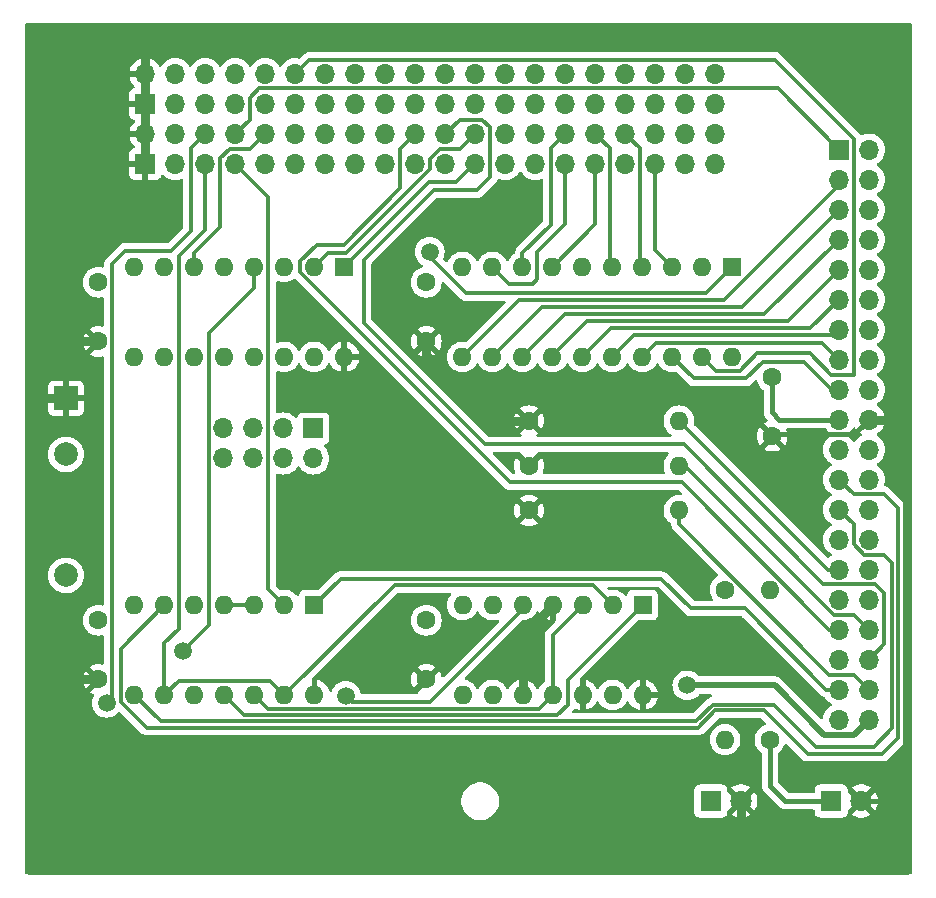
<source format=gbr>
%TF.GenerationSoftware,KiCad,Pcbnew,8.0.3*%
%TF.CreationDate,2024-07-01T23:59:29+01:00*%
%TF.ProjectId,TIMIDE,54494d49-4445-42e6-9b69-6361645f7063,rev?*%
%TF.SameCoordinates,Original*%
%TF.FileFunction,Copper,L1,Top*%
%TF.FilePolarity,Positive*%
%FSLAX46Y46*%
G04 Gerber Fmt 4.6, Leading zero omitted, Abs format (unit mm)*
G04 Created by KiCad (PCBNEW 8.0.3) date 2024-07-01 23:59:29*
%MOMM*%
%LPD*%
G01*
G04 APERTURE LIST*
%TA.AperFunction,ComponentPad*%
%ADD10C,1.600000*%
%TD*%
%TA.AperFunction,ComponentPad*%
%ADD11R,1.600000X1.600000*%
%TD*%
%TA.AperFunction,ComponentPad*%
%ADD12O,1.600000X1.600000*%
%TD*%
%TA.AperFunction,ComponentPad*%
%ADD13R,1.700000X1.700000*%
%TD*%
%TA.AperFunction,ComponentPad*%
%ADD14O,1.700000X1.700000*%
%TD*%
%TA.AperFunction,ComponentPad*%
%ADD15R,1.800000X1.800000*%
%TD*%
%TA.AperFunction,ComponentPad*%
%ADD16C,1.800000*%
%TD*%
%TA.AperFunction,ComponentPad*%
%ADD17R,2.000000X2.000000*%
%TD*%
%TA.AperFunction,ComponentPad*%
%ADD18C,2.000000*%
%TD*%
%TA.AperFunction,ViaPad*%
%ADD19C,1.500000*%
%TD*%
%TA.AperFunction,Conductor*%
%ADD20C,0.400000*%
%TD*%
%TA.AperFunction,Conductor*%
%ADD21C,0.500000*%
%TD*%
%TA.AperFunction,Conductor*%
%ADD22C,0.800000*%
%TD*%
%TA.AperFunction,Conductor*%
%ADD23C,0.300000*%
%TD*%
G04 APERTURE END LIST*
D10*
%TO.P,C401,1*%
%TO.N,+5V*%
X83700000Y-93500000D03*
%TO.P,C401,2*%
%TO.N,GND*%
X83700000Y-88500000D03*
%TD*%
D11*
%TO.P,U401,1,~{R}*%
%TO.N,Net-(U401A-~{R})*%
X102020000Y-87200000D03*
D12*
%TO.P,U401,2,D*%
%TO.N,~{RD}*%
X99480000Y-87200000D03*
%TO.P,U401,3,C*%
%TO.N,FI*%
X96940000Y-87200000D03*
%TO.P,U401,4,~{S}*%
%TO.N,+5V*%
X94400000Y-87200000D03*
%TO.P,U401,5,Q*%
%TO.N,Net-(U401A-Q)*%
X91860000Y-87200000D03*
%TO.P,U401,6,~{Q}*%
%TO.N,unconnected-(U401A-~{Q}-Pad6)*%
X89320000Y-87200000D03*
%TO.P,U401,7,GND*%
%TO.N,GND*%
X86780000Y-87200000D03*
%TO.P,U401,8,~{Q}*%
%TO.N,unconnected-(U401B-~{Q}-Pad8)*%
X86780000Y-94820000D03*
%TO.P,U401,9,Q*%
%TO.N,Net-(U401B-Q)*%
X89320000Y-94820000D03*
%TO.P,U401,10,~{S}*%
%TO.N,+5V*%
X91860000Y-94820000D03*
%TO.P,U401,11,C*%
%TO.N,FI*%
X94400000Y-94820000D03*
%TO.P,U401,12,D*%
%TO.N,+5V*%
X96940000Y-94820000D03*
%TO.P,U401,13,~{R}*%
%TO.N,EXPSEL_O*%
X99480000Y-94820000D03*
%TO.P,U401,14,VCC*%
%TO.N,+5V*%
X102020000Y-94820000D03*
%TD*%
D10*
%TO.P,R404,1*%
%TO.N,Net-(D401-K)*%
X112800000Y-98600000D03*
D12*
%TO.P,R404,2*%
%TO.N,Net-(J401-Pin_39)*%
X112800000Y-85900000D03*
%TD*%
D10*
%TO.P,C404,1*%
%TO.N,+5V*%
X83700000Y-64880000D03*
%TO.P,C404,2*%
%TO.N,GND*%
X83700000Y-59880000D03*
%TD*%
D13*
%TO.P,P2,1,Pin_1*%
%TO.N,+5V*%
X59916000Y-49879000D03*
D14*
%TO.P,P2,2,Pin_2*%
X59916000Y-47339000D03*
%TO.P,P2,3,Pin_3*%
%TO.N,GND*%
X62456000Y-49879000D03*
%TO.P,P2,4,Pin_4*%
X62456000Y-47339000D03*
%TO.P,P2,5,Pin_5*%
%TO.N,~{RD}*%
X64996000Y-49879000D03*
%TO.P,P2,6,Pin_6*%
%TO.N,FI*%
X64996000Y-47339000D03*
%TO.P,P2,7,Pin_7*%
%TO.N,~{WR}*%
X67536000Y-49879000D03*
%TO.P,P2,8,Pin_8*%
%TO.N,~{RESET}*%
X67536000Y-47339000D03*
%TO.P,P2,9,Pin_9*%
%TO.N,E*%
X70076000Y-49879000D03*
%TO.P,P2,10,Pin_10*%
%TO.N,~{LIR}*%
X70076000Y-47339000D03*
%TO.P,P2,11,Pin_11*%
%TO.N,~{NMI}*%
X72616000Y-49879000D03*
%TO.P,P2,12,Pin_12*%
%TO.N,EXPSEL_O*%
X72616000Y-47339000D03*
%TO.P,P2,13,Pin_13*%
%TO.N,~{WAIT}*%
X75156000Y-49879000D03*
%TO.P,P2,14,Pin_14*%
%TO.N,EXPSEL_2*%
X75156000Y-47339000D03*
%TO.P,P2,15,Pin_15*%
%TO.N,~{INT0}*%
X77696000Y-49879000D03*
%TO.P,P2,16,Pin_16*%
%TO.N,~{HALT}*%
X77696000Y-47339000D03*
%TO.P,P2,17,Pin_17*%
%TO.N,ST*%
X80236000Y-49879000D03*
%TO.P,P2,18,Pin_18*%
%TO.N,EXPSEL_3*%
X80236000Y-47339000D03*
%TO.P,P2,19,Pin_19*%
%TO.N,/CF IDE Interface/A0*%
X82776000Y-49879000D03*
%TO.P,P2,20,Pin_20*%
%TO.N,/CF IDE Interface/A1*%
X82776000Y-47339000D03*
%TO.P,P2,21,Pin_21*%
%TO.N,~{TEND0}*%
X85316000Y-49879000D03*
%TO.P,P2,22,Pin_22*%
%TO.N,/CF IDE Interface/A2*%
X85316000Y-47339000D03*
%TO.P,P2,23,Pin_23*%
%TO.N,/CF IDE Interface/A3*%
X87856000Y-49879000D03*
%TO.P,P2,24,Pin_24*%
%TO.N,/CF IDE Interface/A4*%
X87856000Y-47339000D03*
%TO.P,P2,25,Pin_25*%
%TO.N,~{DREQ0}*%
X90396000Y-49879000D03*
%TO.P,P2,26,Pin_26*%
%TO.N,~{IOE}*%
X90396000Y-47339000D03*
%TO.P,P2,27,Pin_27*%
%TO.N,PIN_27*%
X92936000Y-49879000D03*
%TO.P,P2,28,Pin_28*%
%TO.N,RESET*%
X92936000Y-47339000D03*
%TO.P,P2,29,Pin_29*%
%TO.N,/CF IDE Interface/D7*%
X95476000Y-49879000D03*
%TO.P,P2,30,Pin_30*%
%TO.N,/CF IDE Interface/D6*%
X95476000Y-47339000D03*
%TO.P,P2,31,Pin_31*%
%TO.N,/CF IDE Interface/D5*%
X98016000Y-49879000D03*
%TO.P,P2,32,Pin_32*%
%TO.N,/CF IDE Interface/D3*%
X98016000Y-47339000D03*
%TO.P,P2,33,Pin_33*%
%TO.N,/CF IDE Interface/D4*%
X100556000Y-49879000D03*
%TO.P,P2,34,Pin_34*%
%TO.N,/CF IDE Interface/D2*%
X100556000Y-47339000D03*
%TO.P,P2,35,Pin_35*%
%TO.N,/CF IDE Interface/D1*%
X103096000Y-49879000D03*
%TO.P,P2,36,Pin_36*%
%TO.N,/CF IDE Interface/D0*%
X103096000Y-47339000D03*
%TO.P,P2,37,Pin_37*%
%TO.N,GND*%
X105636000Y-49879000D03*
%TO.P,P2,38,Pin_38*%
X105636000Y-47339000D03*
%TO.P,P2,39,Pin_39*%
%TO.N,PIN_39*%
X108176000Y-49879000D03*
%TO.P,P2,40,Pin_40*%
%TO.N,PIN_40*%
X108176000Y-47339000D03*
%TD*%
D11*
%TO.P,U404,1,A->B*%
%TO.N,~{RD}*%
X109620000Y-58580000D03*
D12*
%TO.P,U404,2,A0*%
%TO.N,/CF IDE Interface/D0*%
X107080000Y-58580000D03*
%TO.P,U404,3,A1*%
%TO.N,/CF IDE Interface/D1*%
X104540000Y-58580000D03*
%TO.P,U404,4,A2*%
%TO.N,/CF IDE Interface/D2*%
X102000000Y-58580000D03*
%TO.P,U404,5,A3*%
%TO.N,/CF IDE Interface/D3*%
X99460000Y-58580000D03*
%TO.P,U404,6,A4*%
%TO.N,/CF IDE Interface/D4*%
X96920000Y-58580000D03*
%TO.P,U404,7,A5*%
%TO.N,/CF IDE Interface/D5*%
X94380000Y-58580000D03*
%TO.P,U404,8,A6*%
%TO.N,/CF IDE Interface/D6*%
X91840000Y-58580000D03*
%TO.P,U404,9,A7*%
%TO.N,/CF IDE Interface/D7*%
X89300000Y-58580000D03*
%TO.P,U404,10,GND*%
%TO.N,GND*%
X86760000Y-58580000D03*
%TO.P,U404,11,B7*%
%TO.N,/CF IDE Interface/BD7*%
X86760000Y-66200000D03*
%TO.P,U404,12,B6*%
%TO.N,/CF IDE Interface/BD6*%
X89300000Y-66200000D03*
%TO.P,U404,13,B5*%
%TO.N,/CF IDE Interface/BD5*%
X91840000Y-66200000D03*
%TO.P,U404,14,B4*%
%TO.N,/CF IDE Interface/BD4*%
X94380000Y-66200000D03*
%TO.P,U404,15,B3*%
%TO.N,/CF IDE Interface/BD3*%
X96920000Y-66200000D03*
%TO.P,U404,16,B2*%
%TO.N,/CF IDE Interface/BD2*%
X99460000Y-66200000D03*
%TO.P,U404,17,B1*%
%TO.N,/CF IDE Interface/BD1*%
X102000000Y-66200000D03*
%TO.P,U404,18,B0*%
%TO.N,/CF IDE Interface/BD0*%
X104540000Y-66200000D03*
%TO.P,U404,19,CE*%
%TO.N,EXPSEL_O*%
X107080000Y-66200000D03*
%TO.P,U404,20,VCC*%
%TO.N,+5V*%
X109620000Y-66200000D03*
%TD*%
D15*
%TO.P,D402,1,K*%
%TO.N,Net-(D402-K)*%
X107800000Y-103800000D03*
D16*
%TO.P,D402,2,A*%
%TO.N,+5V*%
X110340000Y-103800000D03*
%TD*%
D11*
%TO.P,U403,1,A0*%
%TO.N,/CF IDE Interface/A3*%
X76740000Y-58580000D03*
D12*
%TO.P,U403,2,A1*%
%TO.N,/CF IDE Interface/A4*%
X74200000Y-58580000D03*
%TO.P,U403,3,A2*%
%TO.N,GND*%
X71660000Y-58580000D03*
%TO.P,U403,4,E1*%
%TO.N,Net-(U401B-Q)*%
X69120000Y-58580000D03*
%TO.P,U403,5,E2*%
%TO.N,GND*%
X66580000Y-58580000D03*
%TO.P,U403,6,E3*%
%TO.N,~{LIR}*%
X64040000Y-58580000D03*
%TO.P,U403,7,O7*%
%TO.N,unconnected-(U403-O7-Pad7)*%
X61500000Y-58580000D03*
%TO.P,U403,8,GND*%
%TO.N,GND*%
X58960000Y-58580000D03*
%TO.P,U403,9,O6*%
%TO.N,unconnected-(U403-O6-Pad9)*%
X58960000Y-66200000D03*
%TO.P,U403,10,O5*%
%TO.N,unconnected-(U403-O5-Pad10)*%
X61500000Y-66200000D03*
%TO.P,U403,11,O4*%
%TO.N,unconnected-(U403-O4-Pad11)*%
X64040000Y-66200000D03*
%TO.P,U403,12,O3*%
%TO.N,Net-(J402-Pin_7)*%
X66580000Y-66200000D03*
%TO.P,U403,13,O2*%
%TO.N,Net-(J402-Pin_5)*%
X69120000Y-66200000D03*
%TO.P,U403,14,O1*%
%TO.N,Net-(J402-Pin_3)*%
X71660000Y-66200000D03*
%TO.P,U403,15,O0*%
%TO.N,Net-(J402-Pin_1)*%
X74200000Y-66200000D03*
%TO.P,U403,16,VCC*%
%TO.N,+5V*%
X76740000Y-66200000D03*
%TD*%
D13*
%TO.P,J402,1,Pin_1*%
%TO.N,Net-(J402-Pin_1)*%
X74140000Y-72260000D03*
D14*
%TO.P,J402,2,Pin_2*%
%TO.N,~{IDE_CS}*%
X74140000Y-74800000D03*
%TO.P,J402,3,Pin_3*%
%TO.N,Net-(J402-Pin_3)*%
X71600000Y-72260000D03*
%TO.P,J402,4,Pin_4*%
%TO.N,~{IDE_CS}*%
X71600000Y-74800000D03*
%TO.P,J402,5,Pin_5*%
%TO.N,Net-(J402-Pin_5)*%
X69060000Y-72260000D03*
%TO.P,J402,6,Pin_6*%
%TO.N,~{IDE_CS}*%
X69060000Y-74800000D03*
%TO.P,J402,7,Pin_7*%
%TO.N,Net-(J402-Pin_7)*%
X66520000Y-72260000D03*
%TO.P,J402,8,Pin_8*%
%TO.N,~{IDE_CS}*%
X66520000Y-74800000D03*
%TD*%
D13*
%TO.P,J401,1,Pin_1*%
%TO.N,~{RESET}*%
X118660000Y-48640000D03*
D14*
%TO.P,J401,2,Pin_2*%
%TO.N,GND*%
X121200000Y-48640000D03*
%TO.P,J401,3,Pin_3*%
%TO.N,/CF IDE Interface/BD7*%
X118660000Y-51180000D03*
%TO.P,J401,4,Pin_4*%
%TO.N,unconnected-(J401-Pin_4-Pad4)*%
X121200000Y-51180000D03*
%TO.P,J401,5,Pin_5*%
%TO.N,/CF IDE Interface/BD6*%
X118660000Y-53720000D03*
%TO.P,J401,6,Pin_6*%
%TO.N,unconnected-(J401-Pin_6-Pad6)*%
X121200000Y-53720000D03*
%TO.P,J401,7,Pin_7*%
%TO.N,/CF IDE Interface/BD5*%
X118660000Y-56260000D03*
%TO.P,J401,8,Pin_8*%
%TO.N,unconnected-(J401-Pin_8-Pad8)*%
X121200000Y-56260000D03*
%TO.P,J401,9,Pin_9*%
%TO.N,/CF IDE Interface/BD4*%
X118660000Y-58800000D03*
%TO.P,J401,10,Pin_10*%
%TO.N,unconnected-(J401-Pin_10-Pad10)*%
X121200000Y-58800000D03*
%TO.P,J401,11,Pin_11*%
%TO.N,/CF IDE Interface/BD3*%
X118660000Y-61340000D03*
%TO.P,J401,12,Pin_12*%
%TO.N,unconnected-(J401-Pin_12-Pad12)*%
X121200000Y-61340000D03*
%TO.P,J401,13,Pin_13*%
%TO.N,/CF IDE Interface/BD2*%
X118660000Y-63880000D03*
%TO.P,J401,14,Pin_14*%
%TO.N,unconnected-(J401-Pin_14-Pad14)*%
X121200000Y-63880000D03*
%TO.P,J401,15,Pin_15*%
%TO.N,/CF IDE Interface/BD1*%
X118660000Y-66420000D03*
%TO.P,J401,16,Pin_16*%
%TO.N,unconnected-(J401-Pin_16-Pad16)*%
X121200000Y-66420000D03*
%TO.P,J401,17,Pin_17*%
%TO.N,/CF IDE Interface/BD0*%
X118660000Y-68960000D03*
%TO.P,J401,18,Pin_18*%
%TO.N,unconnected-(J401-Pin_18-Pad18)*%
X121200000Y-68960000D03*
%TO.P,J401,19,Pin_19*%
%TO.N,GND*%
X118660000Y-71500000D03*
%TO.P,J401,20,Pin_20*%
%TO.N,+5V*%
X121200000Y-71500000D03*
%TO.P,J401,21,Pin_21*%
%TO.N,unconnected-(J401-Pin_21-Pad21)*%
X118660000Y-74040000D03*
%TO.P,J401,22,Pin_22*%
%TO.N,GND*%
X121200000Y-74040000D03*
%TO.P,J401,23,Pin_23*%
%TO.N,Net-(J401-Pin_23)*%
X118660000Y-76580000D03*
%TO.P,J401,24,Pin_24*%
%TO.N,GND*%
X121200000Y-76580000D03*
%TO.P,J401,25,Pin_25*%
%TO.N,Net-(J401-Pin_25)*%
X118660000Y-79120000D03*
%TO.P,J401,26,Pin_26*%
%TO.N,GND*%
X121200000Y-79120000D03*
%TO.P,J401,27,Pin_27*%
%TO.N,unconnected-(J401-Pin_27-Pad27)*%
X118660000Y-81660000D03*
%TO.P,J401,28,Pin_28*%
%TO.N,unconnected-(J401-Pin_28-Pad28)*%
X121200000Y-81660000D03*
%TO.P,J401,29,Pin_29*%
%TO.N,Net-(J401-Pin_29)*%
X118660000Y-84200000D03*
%TO.P,J401,30,Pin_30*%
%TO.N,GND*%
X121200000Y-84200000D03*
%TO.P,J401,31,Pin_31*%
%TO.N,unconnected-(J401-Pin_31-Pad31)*%
X118660000Y-86740000D03*
%TO.P,J401,32,Pin_32*%
%TO.N,unconnected-(J401-Pin_32-Pad32)*%
X121200000Y-86740000D03*
%TO.P,J401,33,Pin_33*%
%TO.N,/CF IDE Interface/A1*%
X118660000Y-89280000D03*
%TO.P,J401,34,Pin_34*%
%TO.N,Net-(J401-Pin_34)*%
X121200000Y-89280000D03*
%TO.P,J401,35,Pin_35*%
%TO.N,/CF IDE Interface/A0*%
X118660000Y-91820000D03*
%TO.P,J401,36,Pin_36*%
%TO.N,/CF IDE Interface/A2*%
X121200000Y-91820000D03*
%TO.P,J401,37,Pin_37*%
%TO.N,~{IDE_CS}*%
X118660000Y-94360000D03*
%TO.P,J401,38,Pin_38*%
%TO.N,Net-(J401-Pin_38)*%
X121200000Y-94360000D03*
%TO.P,J401,39,Pin_39*%
%TO.N,Net-(J401-Pin_39)*%
X118660000Y-96900000D03*
%TO.P,J401,40,Pin_40*%
%TO.N,GND*%
X121200000Y-96900000D03*
%TD*%
D10*
%TO.P,C402,1*%
%TO.N,+5V*%
X55940000Y-93500000D03*
%TO.P,C402,2*%
%TO.N,GND*%
X55940000Y-88500000D03*
%TD*%
D15*
%TO.P,D401,1,K*%
%TO.N,Net-(D401-K)*%
X118000000Y-103800000D03*
D16*
%TO.P,D401,2,A*%
%TO.N,+5V*%
X120540000Y-103800000D03*
%TD*%
D17*
%TO.P,C406,1*%
%TO.N,+5V*%
X53201700Y-69705000D03*
D18*
%TO.P,C406,2*%
%TO.N,GND*%
X53201700Y-74455000D03*
X53201700Y-84695000D03*
%TD*%
D10*
%TO.P,C403,1*%
%TO.N,+5V*%
X55940000Y-64880000D03*
%TO.P,C403,2*%
%TO.N,GND*%
X55940000Y-59880000D03*
%TD*%
%TO.P,R403,1*%
%TO.N,+5V*%
X92400000Y-71600000D03*
D12*
%TO.P,R403,2*%
%TO.N,Net-(J401-Pin_29)*%
X105100000Y-71600000D03*
%TD*%
D11*
%TO.P,U402,1*%
%TO.N,~{IDE_CS}*%
X74240000Y-87200000D03*
D12*
%TO.P,U402,2*%
%TO.N,~{WR}*%
X71700000Y-87200000D03*
%TO.P,U402,3*%
%TO.N,Net-(U402-Pad3)*%
X69160000Y-87200000D03*
%TO.P,U402,4*%
X66620000Y-87200000D03*
%TO.P,U402,5*%
%TO.N,GND*%
X64080000Y-87200000D03*
%TO.P,U402,6*%
%TO.N,Net-(J401-Pin_23)*%
X61540000Y-87200000D03*
%TO.P,U402,7,GND*%
%TO.N,GND*%
X59000000Y-87200000D03*
%TO.P,U402,8*%
%TO.N,Net-(J401-Pin_25)*%
X59000000Y-94820000D03*
%TO.P,U402,9*%
%TO.N,~{RD}*%
X61540000Y-94820000D03*
%TO.P,U402,10*%
%TO.N,Net-(U401A-Q)*%
X64080000Y-94820000D03*
%TO.P,U402,11*%
%TO.N,Net-(U401A-~{R})*%
X66620000Y-94820000D03*
%TO.P,U402,12*%
%TO.N,FI*%
X69160000Y-94820000D03*
%TO.P,U402,13*%
%TO.N,~{RD}*%
X71700000Y-94820000D03*
%TO.P,U402,14,VCC*%
%TO.N,+5V*%
X74240000Y-94820000D03*
%TD*%
D13*
%TO.P,P1,1,Pin_1*%
%TO.N,+5V*%
X59910000Y-44790000D03*
D14*
%TO.P,P1,2,Pin_2*%
X59910000Y-42250000D03*
%TO.P,P1,3,Pin_3*%
%TO.N,GND*%
X62450000Y-44790000D03*
%TO.P,P1,4,Pin_4*%
X62450000Y-42250000D03*
%TO.P,P1,5,Pin_5*%
%TO.N,~{RD}*%
X64990000Y-44790000D03*
%TO.P,P1,6,Pin_6*%
%TO.N,FI*%
X64990000Y-42250000D03*
%TO.P,P1,7,Pin_7*%
%TO.N,~{WR}*%
X67530000Y-44790000D03*
%TO.P,P1,8,Pin_8*%
%TO.N,~{RESET}*%
X67530000Y-42250000D03*
%TO.P,P1,9,Pin_9*%
%TO.N,E*%
X70070000Y-44790000D03*
%TO.P,P1,10,Pin_10*%
%TO.N,~{LIR}*%
X70070000Y-42250000D03*
%TO.P,P1,11,Pin_11*%
%TO.N,~{NMI}*%
X72610000Y-44790000D03*
%TO.P,P1,12,Pin_12*%
%TO.N,EXPSEL_O*%
X72610000Y-42250000D03*
%TO.P,P1,13,Pin_13*%
%TO.N,~{WAIT}*%
X75150000Y-44790000D03*
%TO.P,P1,14,Pin_14*%
%TO.N,EXPSEL_2*%
X75150000Y-42250000D03*
%TO.P,P1,15,Pin_15*%
%TO.N,~{INT0}*%
X77690000Y-44790000D03*
%TO.P,P1,16,Pin_16*%
%TO.N,~{HALT}*%
X77690000Y-42250000D03*
%TO.P,P1,17,Pin_17*%
%TO.N,ST*%
X80230000Y-44790000D03*
%TO.P,P1,18,Pin_18*%
%TO.N,EXPSEL_3*%
X80230000Y-42250000D03*
%TO.P,P1,19,Pin_19*%
%TO.N,/CF IDE Interface/A0*%
X82770000Y-44790000D03*
%TO.P,P1,20,Pin_20*%
%TO.N,/CF IDE Interface/A1*%
X82770000Y-42250000D03*
%TO.P,P1,21,Pin_21*%
%TO.N,~{TEND0}*%
X85310000Y-44790000D03*
%TO.P,P1,22,Pin_22*%
%TO.N,/CF IDE Interface/A2*%
X85310000Y-42250000D03*
%TO.P,P1,23,Pin_23*%
%TO.N,/CF IDE Interface/A3*%
X87850000Y-44790000D03*
%TO.P,P1,24,Pin_24*%
%TO.N,/CF IDE Interface/A4*%
X87850000Y-42250000D03*
%TO.P,P1,25,Pin_25*%
%TO.N,~{DREQ0}*%
X90390000Y-44790000D03*
%TO.P,P1,26,Pin_26*%
%TO.N,~{IOE}*%
X90390000Y-42250000D03*
%TO.P,P1,27,Pin_27*%
%TO.N,PIN_27*%
X92930000Y-44790000D03*
%TO.P,P1,28,Pin_28*%
%TO.N,RESET*%
X92930000Y-42250000D03*
%TO.P,P1,29,Pin_29*%
%TO.N,/CF IDE Interface/D7*%
X95470000Y-44790000D03*
%TO.P,P1,30,Pin_30*%
%TO.N,/CF IDE Interface/D6*%
X95470000Y-42250000D03*
%TO.P,P1,31,Pin_31*%
%TO.N,/CF IDE Interface/D5*%
X98010000Y-44790000D03*
%TO.P,P1,32,Pin_32*%
%TO.N,/CF IDE Interface/D3*%
X98010000Y-42250000D03*
%TO.P,P1,33,Pin_33*%
%TO.N,/CF IDE Interface/D4*%
X100550000Y-44790000D03*
%TO.P,P1,34,Pin_34*%
%TO.N,/CF IDE Interface/D2*%
X100550000Y-42250000D03*
%TO.P,P1,35,Pin_35*%
%TO.N,/CF IDE Interface/D1*%
X103090000Y-44790000D03*
%TO.P,P1,36,Pin_36*%
%TO.N,/CF IDE Interface/D0*%
X103090000Y-42250000D03*
%TO.P,P1,37,Pin_37*%
%TO.N,GND*%
X105630000Y-44790000D03*
%TO.P,P1,38,Pin_38*%
X105630000Y-42250000D03*
%TO.P,P1,39,Pin_39*%
%TO.N,PIN_39*%
X108170000Y-44790000D03*
%TO.P,P1,40,Pin_40*%
%TO.N,PIN_40*%
X108170000Y-42250000D03*
%TD*%
D10*
%TO.P,R401,1*%
%TO.N,+5V*%
X92400000Y-75400000D03*
D12*
%TO.P,R401,2*%
%TO.N,Net-(J401-Pin_34)*%
X105100000Y-75400000D03*
%TD*%
D10*
%TO.P,R402,1*%
%TO.N,+5V*%
X92400000Y-79200000D03*
D12*
%TO.P,R402,2*%
%TO.N,Net-(J401-Pin_38)*%
X105100000Y-79200000D03*
%TD*%
D10*
%TO.P,R405,1*%
%TO.N,Net-(D402-K)*%
X109000000Y-85900000D03*
D12*
%TO.P,R405,2*%
%TO.N,GND*%
X109000000Y-98600000D03*
%TD*%
D10*
%TO.P,C405,1*%
%TO.N,+5V*%
X113000000Y-72900000D03*
%TO.P,C405,2*%
%TO.N,GND*%
X113000000Y-67900000D03*
%TD*%
D19*
%TO.N,GND*%
X105800000Y-94000000D03*
%TO.N,FI*%
X56646600Y-95492200D03*
%TO.N,~{RD}*%
X84000000Y-57300000D03*
%TO.N,Net-(U401A-Q)*%
X76900000Y-94886800D03*
%TO.N,Net-(U401B-Q)*%
X63106600Y-91100000D03*
%TD*%
D20*
%TO.N,Net-(D401-K)*%
X112800000Y-102500000D02*
X114100000Y-103800000D01*
X112800000Y-98600000D02*
X112800000Y-102500000D01*
X114100000Y-103800000D02*
X118000000Y-103800000D01*
D21*
%TO.N,GND*%
X113200000Y-94000000D02*
X105800000Y-94000000D01*
X117400000Y-98200000D02*
X113200000Y-94000000D01*
X119900000Y-98200000D02*
X117400000Y-98200000D01*
X121200000Y-96900000D02*
X119900000Y-98200000D01*
D20*
X113600000Y-71500000D02*
X113000000Y-70900000D01*
X118660000Y-71500000D02*
X113600000Y-71500000D01*
X113000000Y-70900000D02*
X113000000Y-67900000D01*
D22*
%TO.N,+5V*%
X121200000Y-71500000D02*
X124400000Y-71500000D01*
X110340000Y-103800000D02*
X110340000Y-109460000D01*
X55940000Y-93500000D02*
X50100000Y-93500000D01*
X50100000Y-64800000D02*
X50100000Y-69700000D01*
X50100000Y-38350000D02*
X50100000Y-64800000D01*
X110340000Y-109460000D02*
X110200000Y-109600000D01*
D20*
X120540000Y-103800000D02*
X124400000Y-103800000D01*
D22*
X124400000Y-103800000D02*
X124400000Y-71500000D01*
X89288630Y-71600000D02*
X92400000Y-71600000D01*
X50100000Y-109600000D02*
X110200000Y-109600000D01*
D23*
X59916000Y-44797500D02*
X59910000Y-44791500D01*
D22*
X83700000Y-64880000D02*
X83700000Y-66011370D01*
X59910000Y-38460000D02*
X59800000Y-38350000D01*
X50100000Y-93500000D02*
X50100000Y-109600000D01*
X59916000Y-42256000D02*
X59910000Y-42250000D01*
X50105000Y-69705000D02*
X50100000Y-69700000D01*
X53201700Y-69705000D02*
X50105000Y-69705000D01*
X59916000Y-49879000D02*
X59916000Y-47339000D01*
X94400000Y-87200000D02*
X91860000Y-89740000D01*
X91860000Y-89740000D02*
X91860000Y-94820000D01*
X110200000Y-109600000D02*
X124400000Y-109600000D01*
X59800000Y-38350000D02*
X50100000Y-38350000D01*
X124400000Y-71500000D02*
X124400000Y-38350000D01*
D20*
X121200000Y-71500000D02*
X119950000Y-72750000D01*
D22*
X50100000Y-69700000D02*
X50100000Y-93500000D01*
D20*
X113150000Y-72750000D02*
X113000000Y-72900000D01*
X119950000Y-72750000D02*
X113150000Y-72750000D01*
D22*
X59916000Y-47339000D02*
X59916000Y-44797500D01*
D23*
X59910000Y-44791500D02*
X59910000Y-44790000D01*
D22*
X83700000Y-66011370D02*
X89288630Y-71600000D01*
X124400000Y-109600000D02*
X124400000Y-103800000D01*
X59916000Y-44797500D02*
X59916000Y-42256000D01*
X59910000Y-42250000D02*
X59910000Y-38460000D01*
X50180000Y-64880000D02*
X50100000Y-64800000D01*
X124400000Y-38350000D02*
X59800000Y-38350000D01*
X55940000Y-64880000D02*
X50180000Y-64880000D01*
D23*
%TO.N,Net-(J401-Pin_23)*%
X123650000Y-98450000D02*
X123650000Y-78950000D01*
X116000000Y-99800000D02*
X122300000Y-99800000D01*
X106700000Y-97587200D02*
X108157200Y-96130000D01*
X108157200Y-96130000D02*
X112330000Y-96130000D01*
X57846600Y-95375000D02*
X60058800Y-97587200D01*
X122500000Y-77800000D02*
X119880000Y-77800000D01*
X57846600Y-90893400D02*
X57846600Y-95375000D01*
X112330000Y-96130000D02*
X116000000Y-99800000D01*
X61540000Y-87200000D02*
X57846600Y-90893400D01*
X119880000Y-77800000D02*
X118660000Y-76580000D01*
X123650000Y-78950000D02*
X122500000Y-77800000D01*
X60058800Y-97587200D02*
X106700000Y-97587200D01*
X122300000Y-99800000D02*
X123650000Y-98450000D01*
%TO.N,/CF IDE Interface/BD6*%
X89300000Y-66200000D02*
X93500000Y-62000000D01*
X110400000Y-62000000D02*
X118660000Y-53740000D01*
X93500000Y-62000000D02*
X110400000Y-62000000D01*
X118660000Y-53740000D02*
X118660000Y-53720000D01*
%TO.N,/CF IDE Interface/A1*%
X82776000Y-47339000D02*
X81500000Y-48615000D01*
X105351800Y-76800000D02*
X117831800Y-89280000D01*
X81500000Y-48615000D02*
X81500000Y-51900000D01*
X90776800Y-76800000D02*
X105351800Y-76800000D01*
X117831800Y-89280000D02*
X118660000Y-89280000D01*
X74424700Y-56700000D02*
X73016700Y-58108000D01*
X81500000Y-51900000D02*
X76700000Y-56700000D01*
X73016700Y-58108000D02*
X73016700Y-59039900D01*
X76700000Y-56700000D02*
X74424700Y-56700000D01*
X73016700Y-59039900D02*
X90776800Y-76800000D01*
%TO.N,Net-(J401-Pin_25)*%
X61219900Y-97039900D02*
X106540194Y-97039900D01*
X122430000Y-82930000D02*
X120756600Y-82930000D01*
X123150000Y-83650000D02*
X122430000Y-82930000D01*
X107950094Y-95630000D02*
X113130000Y-95630000D01*
X119900000Y-80360000D02*
X118660000Y-79120000D01*
X113130000Y-95630000D02*
X116700000Y-99200000D01*
X120756600Y-82930000D02*
X119900000Y-82073400D01*
X121600000Y-99200000D02*
X123150000Y-97650000D01*
X119900000Y-82073400D02*
X119900000Y-80360000D01*
X116700000Y-99200000D02*
X121600000Y-99200000D01*
X106540194Y-97039900D02*
X107950094Y-95630000D01*
X123150000Y-97650000D02*
X123150000Y-83650000D01*
X59000000Y-94820000D02*
X61219900Y-97039900D01*
%TO.N,/CF IDE Interface/A2*%
X86555000Y-46100000D02*
X85316000Y-47339000D01*
X78400000Y-58025000D02*
X84325000Y-52100000D01*
X88000000Y-52100000D02*
X89100000Y-51000000D01*
X105500000Y-73600000D02*
X88700000Y-73600000D01*
X88700000Y-73600000D02*
X78400000Y-63300000D01*
X84325000Y-52100000D02*
X88000000Y-52100000D01*
X122500000Y-90520000D02*
X122500000Y-86202943D01*
X121200000Y-91820000D02*
X122500000Y-90520000D01*
X117300000Y-85400000D02*
X105500000Y-73600000D01*
X88457057Y-46100000D02*
X86555000Y-46100000D01*
X89100000Y-46742943D02*
X88457057Y-46100000D01*
X122500000Y-86202943D02*
X121697057Y-85400000D01*
X121697057Y-85400000D02*
X117300000Y-85400000D01*
X78400000Y-63300000D02*
X78400000Y-58025000D01*
X89100000Y-51000000D02*
X89100000Y-46742943D01*
%TO.N,Net-(J401-Pin_38)*%
X105100000Y-79200000D02*
X105100000Y-80351700D01*
X117838300Y-93090000D02*
X119930000Y-93090000D01*
X119930000Y-93090000D02*
X121200000Y-94360000D01*
X105100000Y-80351700D02*
X117838300Y-93090000D01*
%TO.N,~{LIR}*%
X68806000Y-48609000D02*
X67052300Y-48609000D01*
X70076000Y-47339000D02*
X68806000Y-48609000D01*
X64040000Y-58580000D02*
X64040000Y-57428300D01*
X66266000Y-49395300D02*
X66266000Y-55202300D01*
X66266000Y-55202300D02*
X64040000Y-57428300D01*
X67052300Y-48609000D02*
X66266000Y-49395300D01*
%TO.N,~{RESET}*%
X68751400Y-46123600D02*
X67536000Y-47339000D01*
X68751400Y-44271543D02*
X69572943Y-43450000D01*
X68751400Y-46123600D02*
X68751400Y-44271543D01*
X69572943Y-43450000D02*
X113470000Y-43450000D01*
X113470000Y-43450000D02*
X118660000Y-48640000D01*
%TO.N,EXPSEL_O*%
X118000000Y-67700000D02*
X119900000Y-67700000D01*
X119900000Y-67700000D02*
X119930000Y-67670000D01*
X73810000Y-41050000D02*
X72610000Y-42250000D01*
X116200000Y-65900000D02*
X118000000Y-67700000D01*
X107080000Y-66200000D02*
X108231700Y-67351700D01*
X119930000Y-67670000D02*
X119930000Y-47712600D01*
X111700000Y-65900000D02*
X116200000Y-65900000D01*
X119930000Y-47712600D02*
X113267400Y-41050000D01*
X113267400Y-41050000D02*
X73810000Y-41050000D01*
X110248300Y-67351700D02*
X111700000Y-65900000D01*
X108231700Y-67351700D02*
X110248300Y-67351700D01*
%TO.N,FI*%
X62100000Y-57200000D02*
X58200000Y-57200000D01*
X57091800Y-58308200D02*
X57091800Y-95047000D01*
X63794300Y-55505700D02*
X62100000Y-57200000D01*
X58200000Y-57200000D02*
X57091800Y-58308200D01*
X57091800Y-95047000D02*
X56646600Y-95492200D01*
X70326800Y-95986800D02*
X93233200Y-95986800D01*
X63794300Y-48540700D02*
X63794300Y-55505700D01*
X69160000Y-94820000D02*
X70326800Y-95986800D01*
X94400000Y-89740000D02*
X94400000Y-94820000D01*
X93233200Y-95986800D02*
X94400000Y-94820000D01*
X64996000Y-47339000D02*
X63794300Y-48540700D01*
X96940000Y-87200000D02*
X94400000Y-89740000D01*
%TO.N,~{WR}*%
X70330000Y-52673000D02*
X70330000Y-85830000D01*
X67536000Y-49879000D02*
X70330000Y-52673000D01*
X70330000Y-85830000D02*
X71700000Y-87200000D01*
%TO.N,~{RD}*%
X62800000Y-57638350D02*
X62800000Y-89200000D01*
X99480000Y-87200000D02*
X97777500Y-85497500D01*
X70509400Y-93629400D02*
X71700000Y-94820000D01*
X87087300Y-60800000D02*
X107400000Y-60800000D01*
X84000000Y-57712700D02*
X87087300Y-60800000D01*
X64996000Y-49879000D02*
X64996000Y-55442350D01*
X97777500Y-85497500D02*
X81022500Y-85497500D01*
X107400000Y-60800000D02*
X109620000Y-58580000D01*
X62730600Y-93629400D02*
X70509400Y-93629400D01*
X64996000Y-55442350D02*
X62800000Y-57638350D01*
X62800000Y-89200000D02*
X61540000Y-90460000D01*
X61540000Y-90460000D02*
X61540000Y-94820000D01*
X61540000Y-94820000D02*
X62730600Y-93629400D01*
X81022500Y-85497500D02*
X71700000Y-94820000D01*
X84000000Y-57300000D02*
X84000000Y-57712700D01*
%TO.N,/CF IDE Interface/BD1*%
X102000000Y-66200000D02*
X103167900Y-65032100D01*
X118620000Y-66420000D02*
X118660000Y-66420000D01*
X117232100Y-65032100D02*
X118620000Y-66420000D01*
X103167900Y-65032100D02*
X117232100Y-65032100D01*
%TO.N,Net-(J401-Pin_34)*%
X119930000Y-88010000D02*
X121200000Y-89280000D01*
X105100000Y-75400000D02*
X105603900Y-75400000D01*
X118213900Y-88010000D02*
X119930000Y-88010000D01*
X105603900Y-75400000D02*
X118213900Y-88010000D01*
%TO.N,/CF IDE Interface/BD0*%
X104600000Y-66200000D02*
X104540000Y-66200000D01*
X115700000Y-66600000D02*
X118060000Y-68960000D01*
X104540000Y-66200000D02*
X106340000Y-68000000D01*
X118060000Y-68960000D02*
X118660000Y-68960000D01*
X106340000Y-68000000D02*
X110800000Y-68000000D01*
X110800000Y-68000000D02*
X112200000Y-66600000D01*
X112200000Y-66600000D02*
X115700000Y-66600000D01*
%TO.N,Net-(J401-Pin_29)*%
X117700000Y-84200000D02*
X118660000Y-84200000D01*
X105100000Y-71600000D02*
X117700000Y-84200000D01*
%TO.N,/CF IDE Interface/BD3*%
X99326900Y-63793100D02*
X96920000Y-66200000D01*
X116206050Y-63793100D02*
X99326900Y-63793100D01*
X118659150Y-61340000D02*
X116206050Y-63793100D01*
X118660000Y-61340000D02*
X118659150Y-61340000D01*
%TO.N,/CF IDE Interface/BD7*%
X91560000Y-61400000D02*
X108897400Y-61400000D01*
X118660000Y-51637400D02*
X118660000Y-51180000D01*
X108897400Y-61400000D02*
X118660000Y-51637400D01*
X86760000Y-66200000D02*
X91560000Y-61400000D01*
%TO.N,/CF IDE Interface/BD4*%
X114300000Y-63200000D02*
X118660000Y-58840000D01*
X94380000Y-66200000D02*
X94380000Y-66120000D01*
X118660000Y-58840000D02*
X118660000Y-58800000D01*
X97300000Y-63200000D02*
X114300000Y-63200000D01*
X94380000Y-66120000D02*
X97300000Y-63200000D01*
%TO.N,/CF IDE Interface/BD2*%
X118660000Y-63880000D02*
X118161900Y-64378100D01*
X101281900Y-64378100D02*
X99460000Y-66200000D01*
X118161900Y-64378100D02*
X101281900Y-64378100D01*
%TO.N,/CF IDE Interface/BD5*%
X91840000Y-66200000D02*
X95440000Y-62600000D01*
X95440000Y-62600000D02*
X112309150Y-62600000D01*
X112309150Y-62600000D02*
X118649150Y-56260000D01*
X118649150Y-56260000D02*
X118660000Y-56260000D01*
%TO.N,/CF IDE Interface/A3*%
X87775400Y-49879000D02*
X86254400Y-51400000D01*
X83920000Y-51400000D02*
X76740000Y-58580000D01*
X86254400Y-51400000D02*
X83920000Y-51400000D01*
X87856000Y-49879000D02*
X87775400Y-49879000D01*
%TO.N,/CF IDE Interface/D1*%
X103096000Y-49879000D02*
X103096000Y-57136000D01*
X103096000Y-57136000D02*
X104540000Y-58580000D01*
%TO.N,/CF IDE Interface/D2*%
X101757700Y-48540700D02*
X101757700Y-58337700D01*
X101757700Y-58337700D02*
X102000000Y-58580000D01*
X100556000Y-47339000D02*
X101757700Y-48540700D01*
%TO.N,/CF IDE Interface/A4*%
X75351700Y-57428300D02*
X74200000Y-58580000D01*
X84046000Y-49435600D02*
X84046000Y-50311400D01*
X84046000Y-50311400D02*
X76929100Y-57428300D01*
X76929100Y-57428300D02*
X75351700Y-57428300D01*
X86586000Y-48609000D02*
X84872600Y-48609000D01*
X87856000Y-47339000D02*
X86586000Y-48609000D01*
X84872600Y-48609000D02*
X84046000Y-49435600D01*
%TO.N,/CF IDE Interface/D7*%
X93100000Y-59600000D02*
X93100000Y-57304300D01*
X89300000Y-58580000D02*
X90720000Y-60000000D01*
X95476000Y-54928300D02*
X95476000Y-49879000D01*
X92700000Y-60000000D02*
X93100000Y-59600000D01*
X90720000Y-60000000D02*
X92700000Y-60000000D01*
X93100000Y-57304300D02*
X95476000Y-54928300D01*
%TO.N,/CF IDE Interface/D6*%
X91840000Y-57428300D02*
X91840000Y-58580000D01*
X94274300Y-54994000D02*
X91840000Y-57428300D01*
X95476000Y-47339000D02*
X94274300Y-48540700D01*
X94274300Y-48540700D02*
X94274300Y-54994000D01*
%TO.N,/CF IDE Interface/D3*%
X99217700Y-58337700D02*
X99460000Y-58580000D01*
X99217700Y-48540700D02*
X99217700Y-58337700D01*
X98016000Y-47339000D02*
X99217700Y-48540700D01*
%TO.N,/CF IDE Interface/D5*%
X98016000Y-49879000D02*
X98016000Y-54984000D01*
X98016000Y-54984000D02*
X94420000Y-58580000D01*
X94420000Y-58580000D02*
X94380000Y-58580000D01*
%TO.N,Net-(U401A-~{R})*%
X68292800Y-96492800D02*
X66620000Y-94820000D01*
X95670000Y-95630000D02*
X94807200Y-96492800D01*
X102020000Y-87200000D02*
X95670000Y-93550000D01*
X94807200Y-96492800D02*
X68292800Y-96492800D01*
X95670000Y-93550000D02*
X95670000Y-95630000D01*
%TO.N,Net-(U401A-Q)*%
X76900000Y-94886800D02*
X77413200Y-95400000D01*
X84000000Y-95400000D02*
X91860000Y-87540000D01*
X91860000Y-87540000D02*
X91860000Y-87200000D01*
X77413200Y-95400000D02*
X84000000Y-95400000D01*
%TO.N,Net-(U401B-Q)*%
X65300000Y-64200000D02*
X65300000Y-88906600D01*
X69120000Y-60380000D02*
X65300000Y-64200000D01*
X69120000Y-58580000D02*
X69120000Y-60380000D01*
X65300000Y-88906600D02*
X63106600Y-91100000D01*
%TO.N,Net-(U402-Pad3)*%
X66620000Y-87200000D02*
X69160000Y-87200000D01*
%TO.N,~{IDE_CS}*%
X118660000Y-94360000D02*
X117560000Y-94360000D01*
X117560000Y-94360000D02*
X110700000Y-87500000D01*
X106100000Y-87500000D02*
X103595800Y-84995800D01*
X103595800Y-84995800D02*
X76444200Y-84995800D01*
X110700000Y-87500000D02*
X106100000Y-87500000D01*
X76444200Y-84995800D02*
X74240000Y-87200000D01*
D20*
%TO.N,Net-(J402-Pin_5)*%
X69120000Y-72200000D02*
X69060000Y-72260000D01*
%TO.N,Net-(J402-Pin_1)*%
X74200000Y-72200000D02*
X74140000Y-72260000D01*
%TO.N,Net-(J402-Pin_3)*%
X71660000Y-72200000D02*
X71600000Y-72260000D01*
%TO.N,Net-(J402-Pin_7)*%
X66580000Y-72200000D02*
X66520000Y-72260000D01*
%TD*%
%TA.AperFunction,Conductor*%
%TO.N,+5V*%
G36*
X103342031Y-85665985D02*
G01*
X103362673Y-85682619D01*
X105685325Y-88005272D01*
X105685332Y-88005278D01*
X105791863Y-88076459D01*
X105791865Y-88076460D01*
X105791874Y-88076466D01*
X105838209Y-88095658D01*
X105838210Y-88095659D01*
X105910251Y-88125499D01*
X105910256Y-88125501D01*
X105910260Y-88125501D01*
X105910261Y-88125502D01*
X106035928Y-88150500D01*
X106035931Y-88150500D01*
X110379192Y-88150500D01*
X110446231Y-88170185D01*
X110466873Y-88186819D01*
X117145325Y-94865272D01*
X117145332Y-94865278D01*
X117210301Y-94908688D01*
X117210303Y-94908689D01*
X117210306Y-94908691D01*
X117251873Y-94936465D01*
X117370256Y-94985501D01*
X117413289Y-94994061D01*
X117475200Y-95026445D01*
X117490673Y-95044554D01*
X117621505Y-95231401D01*
X117621506Y-95231402D01*
X117788597Y-95398493D01*
X117788603Y-95398498D01*
X117974158Y-95528425D01*
X118017783Y-95583002D01*
X118024977Y-95652500D01*
X117993454Y-95714855D01*
X117974158Y-95731575D01*
X117788597Y-95861505D01*
X117621505Y-96028597D01*
X117485965Y-96222169D01*
X117485964Y-96222171D01*
X117386098Y-96436335D01*
X117386094Y-96436344D01*
X117324938Y-96664586D01*
X117324936Y-96664596D01*
X117316015Y-96766565D01*
X117290562Y-96831634D01*
X117233971Y-96872612D01*
X117164209Y-96876490D01*
X117104806Y-96843438D01*
X113678421Y-93417052D01*
X113678414Y-93417046D01*
X113593419Y-93360255D01*
X113593418Y-93360255D01*
X113555500Y-93334919D01*
X113555488Y-93334912D01*
X113418917Y-93278343D01*
X113418907Y-93278340D01*
X113273920Y-93249500D01*
X113273918Y-93249500D01*
X106865624Y-93249500D01*
X106798585Y-93229815D01*
X106764048Y-93196622D01*
X106761598Y-93193123D01*
X106692598Y-93124123D01*
X106606877Y-93038402D01*
X106427639Y-92912898D01*
X106427640Y-92912898D01*
X106427638Y-92912897D01*
X106310967Y-92858493D01*
X106229330Y-92820425D01*
X106229326Y-92820424D01*
X106229322Y-92820422D01*
X106017977Y-92763793D01*
X105800002Y-92744723D01*
X105799998Y-92744723D01*
X105654682Y-92757436D01*
X105582023Y-92763793D01*
X105582020Y-92763793D01*
X105370677Y-92820422D01*
X105370668Y-92820426D01*
X105172361Y-92912898D01*
X105172357Y-92912900D01*
X104993121Y-93038402D01*
X104838402Y-93193121D01*
X104712900Y-93372357D01*
X104712898Y-93372361D01*
X104641384Y-93525723D01*
X104623658Y-93563738D01*
X104620426Y-93570668D01*
X104620422Y-93570677D01*
X104563793Y-93782020D01*
X104563793Y-93782024D01*
X104545435Y-93991867D01*
X104544723Y-94000000D01*
X104559378Y-94167517D01*
X104563793Y-94217975D01*
X104563793Y-94217979D01*
X104620422Y-94429322D01*
X104620424Y-94429326D01*
X104620425Y-94429330D01*
X104635448Y-94461547D01*
X104712897Y-94627638D01*
X104714646Y-94630136D01*
X104838402Y-94806877D01*
X104993123Y-94961598D01*
X105172361Y-95087102D01*
X105370670Y-95179575D01*
X105582023Y-95236207D01*
X105764926Y-95252208D01*
X105799998Y-95255277D01*
X105800000Y-95255277D01*
X105800002Y-95255277D01*
X105828254Y-95252805D01*
X106017977Y-95236207D01*
X106229330Y-95179575D01*
X106427639Y-95087102D01*
X106606877Y-94961598D01*
X106761598Y-94806877D01*
X106764050Y-94803374D01*
X106818628Y-94759751D01*
X106865624Y-94750500D01*
X107778294Y-94750500D01*
X107845333Y-94770185D01*
X107891088Y-94822989D01*
X107901032Y-94892147D01*
X107872007Y-94955703D01*
X107813229Y-94993477D01*
X107802486Y-94996117D01*
X107760355Y-95004497D01*
X107760349Y-95004499D01*
X107641968Y-95053534D01*
X107535420Y-95124726D01*
X107535419Y-95124727D01*
X106307067Y-96353081D01*
X106245744Y-96386566D01*
X106219386Y-96389400D01*
X96129909Y-96389400D01*
X96062870Y-96369715D01*
X96017115Y-96316911D01*
X96007171Y-96247753D01*
X96036196Y-96184197D01*
X96042228Y-96177719D01*
X96175271Y-96044675D01*
X96175276Y-96044670D01*
X96191001Y-96021134D01*
X96244612Y-95976329D01*
X96313937Y-95967620D01*
X96346509Y-95977642D01*
X96493673Y-96046265D01*
X96493682Y-96046269D01*
X96689999Y-96098872D01*
X96690000Y-96098871D01*
X96690000Y-95135686D01*
X96694394Y-95140080D01*
X96785606Y-95192741D01*
X96887339Y-95220000D01*
X96992661Y-95220000D01*
X97094394Y-95192741D01*
X97185606Y-95140080D01*
X97190000Y-95135686D01*
X97190000Y-96098872D01*
X97386317Y-96046269D01*
X97386326Y-96046265D01*
X97592482Y-95950134D01*
X97778820Y-95819657D01*
X97939657Y-95658820D01*
X98070132Y-95472484D01*
X98097341Y-95414134D01*
X98143513Y-95361695D01*
X98210707Y-95342542D01*
X98277588Y-95362757D01*
X98322106Y-95414133D01*
X98349431Y-95472732D01*
X98349432Y-95472734D01*
X98479954Y-95659141D01*
X98640858Y-95820045D01*
X98640861Y-95820047D01*
X98827266Y-95950568D01*
X99033504Y-96046739D01*
X99253308Y-96105635D01*
X99415230Y-96119801D01*
X99479998Y-96125468D01*
X99480000Y-96125468D01*
X99480002Y-96125468D01*
X99536673Y-96120509D01*
X99706692Y-96105635D01*
X99926496Y-96046739D01*
X100132734Y-95950568D01*
X100319139Y-95820047D01*
X100480047Y-95659139D01*
X100610568Y-95472734D01*
X100637895Y-95414129D01*
X100684064Y-95361695D01*
X100751257Y-95342542D01*
X100818139Y-95362757D01*
X100862657Y-95414133D01*
X100889865Y-95472482D01*
X101020342Y-95658820D01*
X101181179Y-95819657D01*
X101367517Y-95950134D01*
X101573673Y-96046265D01*
X101573682Y-96046269D01*
X101769999Y-96098872D01*
X101770000Y-96098871D01*
X101770000Y-95135686D01*
X101774394Y-95140080D01*
X101865606Y-95192741D01*
X101967339Y-95220000D01*
X102072661Y-95220000D01*
X102174394Y-95192741D01*
X102265606Y-95140080D01*
X102270000Y-95135686D01*
X102270000Y-96098872D01*
X102466317Y-96046269D01*
X102466326Y-96046265D01*
X102672482Y-95950134D01*
X102858820Y-95819657D01*
X103019657Y-95658820D01*
X103150134Y-95472482D01*
X103246265Y-95266326D01*
X103246269Y-95266317D01*
X103298872Y-95070000D01*
X102335686Y-95070000D01*
X102340080Y-95065606D01*
X102392741Y-94974394D01*
X102420000Y-94872661D01*
X102420000Y-94767339D01*
X102392741Y-94665606D01*
X102340080Y-94574394D01*
X102335686Y-94570000D01*
X103298872Y-94570000D01*
X103298872Y-94569999D01*
X103246269Y-94373682D01*
X103246265Y-94373673D01*
X103150134Y-94167517D01*
X103019657Y-93981179D01*
X102858820Y-93820342D01*
X102672482Y-93689865D01*
X102466328Y-93593734D01*
X102270000Y-93541127D01*
X102270000Y-94504314D01*
X102265606Y-94499920D01*
X102174394Y-94447259D01*
X102072661Y-94420000D01*
X101967339Y-94420000D01*
X101865606Y-94447259D01*
X101774394Y-94499920D01*
X101770000Y-94504314D01*
X101770000Y-93541127D01*
X101573671Y-93593734D01*
X101367517Y-93689865D01*
X101181179Y-93820342D01*
X101020342Y-93981179D01*
X100889867Y-94167515D01*
X100862657Y-94225867D01*
X100816484Y-94278306D01*
X100749290Y-94297457D01*
X100682409Y-94277241D01*
X100637893Y-94225865D01*
X100610685Y-94167518D01*
X100610568Y-94167266D01*
X100480047Y-93980861D01*
X100480045Y-93980858D01*
X100319141Y-93819954D01*
X100132734Y-93689432D01*
X100132732Y-93689431D01*
X99926497Y-93593261D01*
X99926488Y-93593258D01*
X99706697Y-93534366D01*
X99706693Y-93534365D01*
X99706692Y-93534365D01*
X99706691Y-93534364D01*
X99706686Y-93534364D01*
X99480002Y-93514532D01*
X99479998Y-93514532D01*
X99253313Y-93534364D01*
X99253302Y-93534366D01*
X99033511Y-93593258D01*
X99033502Y-93593261D01*
X98827267Y-93689431D01*
X98827265Y-93689432D01*
X98640858Y-93819954D01*
X98479954Y-93980858D01*
X98349433Y-94167264D01*
X98349432Y-94167266D01*
X98349315Y-94167518D01*
X98322106Y-94225867D01*
X98275933Y-94278306D01*
X98208739Y-94297457D01*
X98141858Y-94277241D01*
X98097342Y-94225865D01*
X98070135Y-94167520D01*
X98070134Y-94167518D01*
X97939657Y-93981179D01*
X97778820Y-93820342D01*
X97592482Y-93689865D01*
X97386328Y-93593734D01*
X97190000Y-93541127D01*
X97190000Y-94504314D01*
X97185606Y-94499920D01*
X97094394Y-94447259D01*
X96992661Y-94420000D01*
X96887339Y-94420000D01*
X96785606Y-94447259D01*
X96694394Y-94499920D01*
X96690000Y-94504314D01*
X96690000Y-93501306D01*
X96709685Y-93434267D01*
X96726315Y-93413629D01*
X101603126Y-88536817D01*
X101664449Y-88503333D01*
X101690807Y-88500499D01*
X102867871Y-88500499D01*
X102867872Y-88500499D01*
X102927483Y-88494091D01*
X103062331Y-88443796D01*
X103177546Y-88357546D01*
X103263796Y-88242331D01*
X103314091Y-88107483D01*
X103320500Y-88047873D01*
X103320499Y-86352128D01*
X103314091Y-86292517D01*
X103304934Y-86267967D01*
X103263797Y-86157671D01*
X103263793Y-86157664D01*
X103177547Y-86042455D01*
X103177544Y-86042452D01*
X103062335Y-85956206D01*
X103062328Y-85956202D01*
X102927482Y-85905908D01*
X102927483Y-85905908D01*
X102867883Y-85899501D01*
X102867881Y-85899500D01*
X102867873Y-85899500D01*
X102867864Y-85899500D01*
X101172129Y-85899500D01*
X101172123Y-85899501D01*
X101112516Y-85905908D01*
X100977671Y-85956202D01*
X100977664Y-85956206D01*
X100862455Y-86042452D01*
X100862452Y-86042455D01*
X100776206Y-86157664D01*
X100776202Y-86157671D01*
X100725908Y-86292516D01*
X100722137Y-86327596D01*
X100695398Y-86392146D01*
X100638006Y-86431994D01*
X100568180Y-86434487D01*
X100508092Y-86398834D01*
X100497273Y-86385462D01*
X100480045Y-86360858D01*
X100319141Y-86199954D01*
X100132734Y-86069432D01*
X100132732Y-86069431D01*
X99926497Y-85973261D01*
X99926488Y-85973258D01*
X99706697Y-85914366D01*
X99706693Y-85914365D01*
X99706692Y-85914365D01*
X99706691Y-85914364D01*
X99706686Y-85914364D01*
X99480002Y-85894532D01*
X99479998Y-85894532D01*
X99253313Y-85914364D01*
X99253299Y-85914367D01*
X99212834Y-85925209D01*
X99142984Y-85923545D01*
X99093061Y-85893115D01*
X99057927Y-85857981D01*
X99024442Y-85796658D01*
X99029426Y-85726966D01*
X99071298Y-85671033D01*
X99136762Y-85646616D01*
X99145608Y-85646300D01*
X103274992Y-85646300D01*
X103342031Y-85665985D01*
G37*
%TD.AperFunction*%
%TA.AperFunction,Conductor*%
G36*
X85760490Y-86167685D02*
G01*
X85806245Y-86220489D01*
X85816189Y-86289647D01*
X85787164Y-86353203D01*
X85781132Y-86359681D01*
X85779954Y-86360858D01*
X85649432Y-86547265D01*
X85649431Y-86547267D01*
X85553261Y-86753502D01*
X85553258Y-86753511D01*
X85494366Y-86973302D01*
X85494364Y-86973313D01*
X85474532Y-87199998D01*
X85474532Y-87200001D01*
X85494364Y-87426686D01*
X85494366Y-87426697D01*
X85553258Y-87646488D01*
X85553261Y-87646497D01*
X85649431Y-87852732D01*
X85649432Y-87852734D01*
X85779954Y-88039141D01*
X85940858Y-88200045D01*
X85940861Y-88200047D01*
X86127266Y-88330568D01*
X86333504Y-88426739D01*
X86333509Y-88426740D01*
X86333511Y-88426741D01*
X86372799Y-88437268D01*
X86553308Y-88485635D01*
X86715230Y-88499801D01*
X86779998Y-88505468D01*
X86780000Y-88505468D01*
X86780002Y-88505468D01*
X86842522Y-88499998D01*
X87006692Y-88485635D01*
X87226496Y-88426739D01*
X87432734Y-88330568D01*
X87619139Y-88200047D01*
X87780047Y-88039139D01*
X87910568Y-87852734D01*
X87937618Y-87794724D01*
X87983790Y-87742285D01*
X88050983Y-87723133D01*
X88117865Y-87743348D01*
X88162382Y-87794725D01*
X88189429Y-87852728D01*
X88189432Y-87852734D01*
X88319954Y-88039141D01*
X88480858Y-88200045D01*
X88480861Y-88200047D01*
X88667266Y-88330568D01*
X88873504Y-88426739D01*
X88873509Y-88426740D01*
X88873511Y-88426741D01*
X88912799Y-88437268D01*
X89093308Y-88485635D01*
X89255230Y-88499801D01*
X89319998Y-88505468D01*
X89320000Y-88505468D01*
X89320002Y-88505468D01*
X89382522Y-88499998D01*
X89546692Y-88485635D01*
X89711291Y-88441531D01*
X89781141Y-88443194D01*
X89839003Y-88482357D01*
X89866507Y-88546585D01*
X89854920Y-88615487D01*
X89831065Y-88648987D01*
X85183821Y-93296230D01*
X85122498Y-93329715D01*
X85052806Y-93324731D01*
X84996873Y-93282859D01*
X84976365Y-93240643D01*
X84926268Y-93053679D01*
X84926264Y-93053668D01*
X84830136Y-92847521D01*
X84830132Y-92847513D01*
X84779025Y-92774526D01*
X84100000Y-93453552D01*
X84100000Y-93447339D01*
X84072741Y-93345606D01*
X84020080Y-93254394D01*
X83945606Y-93179920D01*
X83854394Y-93127259D01*
X83752661Y-93100000D01*
X83746448Y-93100000D01*
X84425472Y-92420974D01*
X84352478Y-92369863D01*
X84146331Y-92273735D01*
X84146317Y-92273730D01*
X83926610Y-92214860D01*
X83926599Y-92214858D01*
X83700002Y-92195034D01*
X83699998Y-92195034D01*
X83473400Y-92214858D01*
X83473389Y-92214860D01*
X83253682Y-92273730D01*
X83253673Y-92273734D01*
X83047516Y-92369866D01*
X83047512Y-92369868D01*
X82974526Y-92420973D01*
X82974526Y-92420974D01*
X83653553Y-93100000D01*
X83647339Y-93100000D01*
X83545606Y-93127259D01*
X83454394Y-93179920D01*
X83379920Y-93254394D01*
X83327259Y-93345606D01*
X83300000Y-93447339D01*
X83300000Y-93453552D01*
X82620974Y-92774526D01*
X82620973Y-92774526D01*
X82569868Y-92847512D01*
X82569866Y-92847516D01*
X82473734Y-93053673D01*
X82473730Y-93053682D01*
X82414860Y-93273389D01*
X82414858Y-93273400D01*
X82395034Y-93499997D01*
X82395034Y-93500002D01*
X82414858Y-93726599D01*
X82414860Y-93726610D01*
X82473730Y-93946317D01*
X82473735Y-93946331D01*
X82569863Y-94152478D01*
X82620974Y-94225472D01*
X83300000Y-93546446D01*
X83300000Y-93552661D01*
X83327259Y-93654394D01*
X83379920Y-93745606D01*
X83454394Y-93820080D01*
X83545606Y-93872741D01*
X83647339Y-93900000D01*
X83653553Y-93900000D01*
X82974526Y-94579025D01*
X82977647Y-94614694D01*
X82963880Y-94683194D01*
X82915264Y-94733376D01*
X82854119Y-94749500D01*
X78252973Y-94749500D01*
X78185934Y-94729815D01*
X78140179Y-94677011D01*
X78133198Y-94657593D01*
X78079577Y-94457477D01*
X78079576Y-94457476D01*
X78079575Y-94457470D01*
X77987102Y-94259162D01*
X77987100Y-94259159D01*
X77987099Y-94259157D01*
X77861599Y-94079924D01*
X77861596Y-94079921D01*
X77706877Y-93925202D01*
X77557122Y-93820342D01*
X77527638Y-93799697D01*
X77370901Y-93726610D01*
X77329330Y-93707225D01*
X77329326Y-93707224D01*
X77329322Y-93707222D01*
X77117977Y-93650593D01*
X76900002Y-93631523D01*
X76899998Y-93631523D01*
X76754682Y-93644236D01*
X76682023Y-93650593D01*
X76682020Y-93650593D01*
X76470677Y-93707222D01*
X76470668Y-93707226D01*
X76272361Y-93799698D01*
X76272357Y-93799700D01*
X76093121Y-93925202D01*
X75938402Y-94079921D01*
X75812900Y-94259157D01*
X75812898Y-94259161D01*
X75759579Y-94373504D01*
X75725187Y-94447259D01*
X75718137Y-94462377D01*
X75716358Y-94461547D01*
X75680008Y-94510874D01*
X75614728Y-94535781D01*
X75546346Y-94521442D01*
X75496571Y-94472408D01*
X75485180Y-94444260D01*
X75466269Y-94373682D01*
X75466265Y-94373673D01*
X75370134Y-94167517D01*
X75239657Y-93981179D01*
X75078820Y-93820342D01*
X74892482Y-93689865D01*
X74686328Y-93593734D01*
X74490000Y-93541127D01*
X74490000Y-94504314D01*
X74485606Y-94499920D01*
X74394394Y-94447259D01*
X74292661Y-94420000D01*
X74187339Y-94420000D01*
X74085606Y-94447259D01*
X73994394Y-94499920D01*
X73990000Y-94504314D01*
X73990000Y-93501306D01*
X74009685Y-93434267D01*
X74026314Y-93413630D01*
X78939947Y-88499998D01*
X82394532Y-88499998D01*
X82394532Y-88500001D01*
X82414364Y-88726686D01*
X82414366Y-88726697D01*
X82473258Y-88946488D01*
X82473261Y-88946497D01*
X82569431Y-89152732D01*
X82569432Y-89152734D01*
X82699954Y-89339141D01*
X82860858Y-89500045D01*
X82907693Y-89532839D01*
X83047266Y-89630568D01*
X83253504Y-89726739D01*
X83473308Y-89785635D01*
X83635230Y-89799801D01*
X83699998Y-89805468D01*
X83700000Y-89805468D01*
X83700002Y-89805468D01*
X83756673Y-89800509D01*
X83926692Y-89785635D01*
X84146496Y-89726739D01*
X84352734Y-89630568D01*
X84539139Y-89500047D01*
X84700047Y-89339139D01*
X84830568Y-89152734D01*
X84926739Y-88946496D01*
X84985635Y-88726692D01*
X85002634Y-88532384D01*
X85005468Y-88500001D01*
X85005468Y-88499998D01*
X84993005Y-88357546D01*
X84985635Y-88273308D01*
X84926739Y-88053504D01*
X84830568Y-87847266D01*
X84700047Y-87660861D01*
X84700045Y-87660858D01*
X84539141Y-87499954D01*
X84352734Y-87369432D01*
X84352732Y-87369431D01*
X84146497Y-87273261D01*
X84146488Y-87273258D01*
X83926697Y-87214366D01*
X83926693Y-87214365D01*
X83926692Y-87214365D01*
X83926691Y-87214364D01*
X83926686Y-87214364D01*
X83700002Y-87194532D01*
X83699998Y-87194532D01*
X83473313Y-87214364D01*
X83473302Y-87214366D01*
X83253511Y-87273258D01*
X83253502Y-87273261D01*
X83047267Y-87369431D01*
X83047265Y-87369432D01*
X82860858Y-87499954D01*
X82699954Y-87660858D01*
X82569432Y-87847265D01*
X82569431Y-87847267D01*
X82473261Y-88053502D01*
X82473258Y-88053511D01*
X82414366Y-88273302D01*
X82414364Y-88273313D01*
X82394532Y-88499998D01*
X78939947Y-88499998D01*
X81255627Y-86184319D01*
X81316950Y-86150834D01*
X81343308Y-86148000D01*
X85693451Y-86148000D01*
X85760490Y-86167685D01*
G37*
%TD.AperFunction*%
%TA.AperFunction,Conductor*%
G36*
X94650000Y-88518690D02*
G01*
X94630315Y-88585729D01*
X94613681Y-88606371D01*
X93894726Y-89325326D01*
X93823534Y-89431874D01*
X93774499Y-89550255D01*
X93774497Y-89550261D01*
X93749500Y-89675928D01*
X93749500Y-93623316D01*
X93729815Y-93690355D01*
X93696623Y-93724891D01*
X93560859Y-93819953D01*
X93399954Y-93980858D01*
X93269433Y-94167264D01*
X93269432Y-94167266D01*
X93269315Y-94167518D01*
X93242106Y-94225867D01*
X93195933Y-94278306D01*
X93128739Y-94297457D01*
X93061858Y-94277241D01*
X93017342Y-94225865D01*
X92990135Y-94167520D01*
X92990134Y-94167518D01*
X92859657Y-93981179D01*
X92698820Y-93820342D01*
X92512482Y-93689865D01*
X92306328Y-93593734D01*
X92110000Y-93541127D01*
X92110000Y-94504314D01*
X92105606Y-94499920D01*
X92014394Y-94447259D01*
X91912661Y-94420000D01*
X91807339Y-94420000D01*
X91705606Y-94447259D01*
X91614394Y-94499920D01*
X91610000Y-94504314D01*
X91610000Y-93541127D01*
X91413671Y-93593734D01*
X91207517Y-93689865D01*
X91021179Y-93820342D01*
X90860342Y-93981179D01*
X90729867Y-94167515D01*
X90702657Y-94225867D01*
X90656484Y-94278306D01*
X90589290Y-94297457D01*
X90522409Y-94277241D01*
X90477893Y-94225865D01*
X90450685Y-94167518D01*
X90450568Y-94167266D01*
X90320047Y-93980861D01*
X90320045Y-93980858D01*
X90159141Y-93819954D01*
X89972734Y-93689432D01*
X89972732Y-93689431D01*
X89766497Y-93593261D01*
X89766488Y-93593258D01*
X89546697Y-93534366D01*
X89546693Y-93534365D01*
X89546692Y-93534365D01*
X89546691Y-93534364D01*
X89546686Y-93534364D01*
X89320002Y-93514532D01*
X89319998Y-93514532D01*
X89093313Y-93534364D01*
X89093302Y-93534366D01*
X88873511Y-93593258D01*
X88873502Y-93593261D01*
X88667267Y-93689431D01*
X88667265Y-93689432D01*
X88480858Y-93819954D01*
X88319954Y-93980858D01*
X88189432Y-94167265D01*
X88189431Y-94167267D01*
X88162382Y-94225275D01*
X88116209Y-94277714D01*
X88049016Y-94296866D01*
X87982135Y-94276650D01*
X87937618Y-94225275D01*
X87910686Y-94167520D01*
X87910568Y-94167266D01*
X87780047Y-93980861D01*
X87780045Y-93980858D01*
X87619141Y-93819954D01*
X87432734Y-93689432D01*
X87432732Y-93689431D01*
X87226497Y-93593261D01*
X87226488Y-93593258D01*
X87039762Y-93543226D01*
X86980101Y-93506861D01*
X86949572Y-93444014D01*
X86957867Y-93374639D01*
X86984171Y-93335773D01*
X91778200Y-88541744D01*
X91839521Y-88508261D01*
X91855072Y-88505899D01*
X91859999Y-88505467D01*
X91860000Y-88505468D01*
X92086692Y-88485635D01*
X92306496Y-88426739D01*
X92512734Y-88330568D01*
X92699139Y-88200047D01*
X92860047Y-88039139D01*
X92990568Y-87852734D01*
X93017895Y-87794129D01*
X93064064Y-87741695D01*
X93131257Y-87722542D01*
X93198139Y-87742757D01*
X93242657Y-87794133D01*
X93269865Y-87852482D01*
X93400342Y-88038820D01*
X93561179Y-88199657D01*
X93747517Y-88330134D01*
X93953673Y-88426265D01*
X93953682Y-88426269D01*
X94149999Y-88478872D01*
X94150000Y-88478871D01*
X94150000Y-87515686D01*
X94154394Y-87520080D01*
X94245606Y-87572741D01*
X94347339Y-87600000D01*
X94452661Y-87600000D01*
X94554394Y-87572741D01*
X94645606Y-87520080D01*
X94650000Y-87515686D01*
X94650000Y-88518690D01*
G37*
%TD.AperFunction*%
%TA.AperFunction,Conductor*%
G36*
X72628907Y-59577674D02*
G01*
X72653738Y-59596885D01*
X90362124Y-77305271D01*
X90362131Y-77305277D01*
X90468671Y-77376464D01*
X90468670Y-77376464D01*
X90503344Y-77390826D01*
X90587056Y-77425501D01*
X90587060Y-77425501D01*
X90587061Y-77425502D01*
X90712728Y-77450500D01*
X90712731Y-77450500D01*
X105030992Y-77450500D01*
X105098031Y-77470185D01*
X105118673Y-77486819D01*
X105326364Y-77694510D01*
X105359849Y-77755833D01*
X105354865Y-77825525D01*
X105312993Y-77881458D01*
X105247529Y-77905875D01*
X105227876Y-77905719D01*
X105100002Y-77894532D01*
X105099998Y-77894532D01*
X104873313Y-77914364D01*
X104873302Y-77914366D01*
X104653511Y-77973258D01*
X104653502Y-77973261D01*
X104447267Y-78069431D01*
X104447265Y-78069432D01*
X104260858Y-78199954D01*
X104099954Y-78360858D01*
X103969432Y-78547265D01*
X103969431Y-78547267D01*
X103873261Y-78753502D01*
X103873258Y-78753511D01*
X103814366Y-78973302D01*
X103814364Y-78973313D01*
X103794532Y-79199998D01*
X103794532Y-79200001D01*
X103814364Y-79426686D01*
X103814366Y-79426697D01*
X103873258Y-79646488D01*
X103873261Y-79646497D01*
X103969431Y-79852732D01*
X103969432Y-79852734D01*
X104099954Y-80039141D01*
X104260855Y-80200042D01*
X104260858Y-80200044D01*
X104260861Y-80200047D01*
X104396626Y-80295109D01*
X104440248Y-80349683D01*
X104449500Y-80396682D01*
X104449500Y-80415769D01*
X104467343Y-80505468D01*
X104474499Y-80541444D01*
X104523534Y-80659825D01*
X104594726Y-80766373D01*
X104594727Y-80766374D01*
X108392895Y-84564541D01*
X108426380Y-84625864D01*
X108421396Y-84695556D01*
X108379524Y-84751489D01*
X108357620Y-84764604D01*
X108347266Y-84769431D01*
X108160858Y-84899954D01*
X107999954Y-85060858D01*
X107869432Y-85247265D01*
X107869431Y-85247267D01*
X107773261Y-85453502D01*
X107773258Y-85453511D01*
X107714366Y-85673302D01*
X107714364Y-85673313D01*
X107694532Y-85899998D01*
X107694532Y-85900001D01*
X107714364Y-86126686D01*
X107714366Y-86126697D01*
X107773258Y-86346488D01*
X107773261Y-86346497D01*
X107866998Y-86547515D01*
X107869432Y-86552734D01*
X107906634Y-86605865D01*
X107940603Y-86654377D01*
X107962930Y-86720583D01*
X107945920Y-86788350D01*
X107894972Y-86836163D01*
X107839028Y-86849500D01*
X106420808Y-86849500D01*
X106353769Y-86829815D01*
X106333127Y-86813181D01*
X104010474Y-84490527D01*
X104010473Y-84490526D01*
X103903934Y-84419340D01*
X103903927Y-84419335D01*
X103785544Y-84370299D01*
X103785538Y-84370297D01*
X103659871Y-84345300D01*
X103659869Y-84345300D01*
X76380131Y-84345300D01*
X76380129Y-84345300D01*
X76254461Y-84370297D01*
X76254455Y-84370299D01*
X76207512Y-84389744D01*
X76207511Y-84389744D01*
X76136081Y-84419330D01*
X76136063Y-84419340D01*
X76029532Y-84490521D01*
X76029525Y-84490527D01*
X74656871Y-85863181D01*
X74595548Y-85896666D01*
X74569190Y-85899500D01*
X73392129Y-85899500D01*
X73392123Y-85899501D01*
X73332516Y-85905908D01*
X73197671Y-85956202D01*
X73197664Y-85956206D01*
X73082455Y-86042452D01*
X73082452Y-86042455D01*
X72996206Y-86157664D01*
X72996202Y-86157671D01*
X72945908Y-86292516D01*
X72942137Y-86327596D01*
X72915398Y-86392146D01*
X72858006Y-86431994D01*
X72788180Y-86434487D01*
X72728092Y-86398834D01*
X72717273Y-86385462D01*
X72700045Y-86360858D01*
X72539141Y-86199954D01*
X72352734Y-86069432D01*
X72352732Y-86069431D01*
X72146497Y-85973261D01*
X72146488Y-85973258D01*
X71926697Y-85914366D01*
X71926693Y-85914365D01*
X71926692Y-85914365D01*
X71926691Y-85914364D01*
X71926686Y-85914364D01*
X71700002Y-85894532D01*
X71699998Y-85894532D01*
X71473313Y-85914364D01*
X71473299Y-85914367D01*
X71432834Y-85925209D01*
X71362984Y-85923545D01*
X71313061Y-85893115D01*
X71016819Y-85596873D01*
X70983334Y-85535550D01*
X70980500Y-85509192D01*
X70980500Y-79199997D01*
X91095034Y-79199997D01*
X91095034Y-79200002D01*
X91114858Y-79426599D01*
X91114860Y-79426610D01*
X91173730Y-79646317D01*
X91173735Y-79646331D01*
X91269863Y-79852478D01*
X91320974Y-79925472D01*
X92000000Y-79246446D01*
X92000000Y-79252661D01*
X92027259Y-79354394D01*
X92079920Y-79445606D01*
X92154394Y-79520080D01*
X92245606Y-79572741D01*
X92347339Y-79600000D01*
X92353553Y-79600000D01*
X91674526Y-80279025D01*
X91747513Y-80330132D01*
X91747521Y-80330136D01*
X91953668Y-80426264D01*
X91953682Y-80426269D01*
X92173389Y-80485139D01*
X92173400Y-80485141D01*
X92399998Y-80504966D01*
X92400002Y-80504966D01*
X92626599Y-80485141D01*
X92626610Y-80485139D01*
X92846317Y-80426269D01*
X92846331Y-80426264D01*
X93052478Y-80330136D01*
X93125471Y-80279024D01*
X92446447Y-79600000D01*
X92452661Y-79600000D01*
X92554394Y-79572741D01*
X92645606Y-79520080D01*
X92720080Y-79445606D01*
X92772741Y-79354394D01*
X92800000Y-79252661D01*
X92800000Y-79246447D01*
X93479024Y-79925471D01*
X93530136Y-79852478D01*
X93626264Y-79646331D01*
X93626269Y-79646317D01*
X93685139Y-79426610D01*
X93685141Y-79426599D01*
X93704966Y-79200002D01*
X93704966Y-79199997D01*
X93685141Y-78973400D01*
X93685139Y-78973389D01*
X93626269Y-78753682D01*
X93626264Y-78753668D01*
X93530136Y-78547521D01*
X93530132Y-78547513D01*
X93479025Y-78474526D01*
X92800000Y-79153551D01*
X92800000Y-79147339D01*
X92772741Y-79045606D01*
X92720080Y-78954394D01*
X92645606Y-78879920D01*
X92554394Y-78827259D01*
X92452661Y-78800000D01*
X92446448Y-78800000D01*
X93125472Y-78120974D01*
X93052478Y-78069863D01*
X92846331Y-77973735D01*
X92846317Y-77973730D01*
X92626610Y-77914860D01*
X92626599Y-77914858D01*
X92400002Y-77895034D01*
X92399998Y-77895034D01*
X92173400Y-77914858D01*
X92173389Y-77914860D01*
X91953682Y-77973730D01*
X91953673Y-77973734D01*
X91747516Y-78069866D01*
X91747512Y-78069868D01*
X91674526Y-78120973D01*
X91674526Y-78120974D01*
X92353553Y-78800000D01*
X92347339Y-78800000D01*
X92245606Y-78827259D01*
X92154394Y-78879920D01*
X92079920Y-78954394D01*
X92027259Y-79045606D01*
X92000000Y-79147339D01*
X92000000Y-79153552D01*
X91320974Y-78474526D01*
X91320973Y-78474526D01*
X91269868Y-78547512D01*
X91269866Y-78547516D01*
X91173734Y-78753673D01*
X91173730Y-78753682D01*
X91114860Y-78973389D01*
X91114858Y-78973400D01*
X91095034Y-79199997D01*
X70980500Y-79199997D01*
X70980500Y-76193746D01*
X71000185Y-76126707D01*
X71052989Y-76080952D01*
X71122147Y-76071008D01*
X71136583Y-76073969D01*
X71364592Y-76135063D01*
X71529604Y-76149500D01*
X71599999Y-76155659D01*
X71600000Y-76155659D01*
X71600001Y-76155659D01*
X71639234Y-76152226D01*
X71835408Y-76135063D01*
X72063663Y-76073903D01*
X72277830Y-75974035D01*
X72471401Y-75838495D01*
X72638495Y-75671401D01*
X72768425Y-75485842D01*
X72823002Y-75442217D01*
X72892500Y-75435023D01*
X72954855Y-75466546D01*
X72971575Y-75485842D01*
X73101500Y-75671395D01*
X73101505Y-75671401D01*
X73268599Y-75838495D01*
X73348094Y-75894158D01*
X73462165Y-75974032D01*
X73462167Y-75974033D01*
X73462170Y-75974035D01*
X73676337Y-76073903D01*
X73676343Y-76073904D01*
X73676344Y-76073905D01*
X73715535Y-76084406D01*
X73904592Y-76135063D01*
X74069604Y-76149500D01*
X74139999Y-76155659D01*
X74140000Y-76155659D01*
X74140001Y-76155659D01*
X74179234Y-76152226D01*
X74375408Y-76135063D01*
X74603663Y-76073903D01*
X74817830Y-75974035D01*
X75011401Y-75838495D01*
X75178495Y-75671401D01*
X75314035Y-75477830D01*
X75413903Y-75263663D01*
X75475063Y-75035408D01*
X75495659Y-74800000D01*
X75475063Y-74564592D01*
X75413903Y-74336337D01*
X75314035Y-74122171D01*
X75308424Y-74114158D01*
X75178496Y-73928600D01*
X75178493Y-73928597D01*
X75056567Y-73806671D01*
X75023084Y-73745351D01*
X75028068Y-73675659D01*
X75069939Y-73619725D01*
X75100915Y-73602810D01*
X75232331Y-73553796D01*
X75347546Y-73467546D01*
X75433796Y-73352331D01*
X75484091Y-73217483D01*
X75490500Y-73157873D01*
X75490499Y-71362128D01*
X75484091Y-71302517D01*
X75482810Y-71299083D01*
X75433797Y-71167671D01*
X75433793Y-71167664D01*
X75347547Y-71052455D01*
X75347544Y-71052452D01*
X75232335Y-70966206D01*
X75232328Y-70966202D01*
X75097482Y-70915908D01*
X75097483Y-70915908D01*
X75037883Y-70909501D01*
X75037881Y-70909500D01*
X75037873Y-70909500D01*
X75037864Y-70909500D01*
X73242129Y-70909500D01*
X73242123Y-70909501D01*
X73182516Y-70915908D01*
X73047671Y-70966202D01*
X73047664Y-70966206D01*
X72932455Y-71052452D01*
X72932452Y-71052455D01*
X72846206Y-71167664D01*
X72846203Y-71167669D01*
X72797189Y-71299083D01*
X72755317Y-71355016D01*
X72689853Y-71379433D01*
X72621580Y-71364581D01*
X72593326Y-71343430D01*
X72471402Y-71221506D01*
X72471395Y-71221501D01*
X72277834Y-71085967D01*
X72277830Y-71085965D01*
X72226838Y-71062187D01*
X72063663Y-70986097D01*
X72063659Y-70986096D01*
X72063655Y-70986094D01*
X71835413Y-70924938D01*
X71835403Y-70924936D01*
X71600001Y-70904341D01*
X71599999Y-70904341D01*
X71364596Y-70924936D01*
X71364586Y-70924938D01*
X71136593Y-70986028D01*
X71066743Y-70984365D01*
X71008881Y-70945202D01*
X70981377Y-70880974D01*
X70980500Y-70866253D01*
X70980500Y-67512728D01*
X71000185Y-67445689D01*
X71052989Y-67399934D01*
X71122147Y-67389990D01*
X71156903Y-67400345D01*
X71213504Y-67426739D01*
X71213509Y-67426740D01*
X71213511Y-67426741D01*
X71226592Y-67430246D01*
X71433308Y-67485635D01*
X71595230Y-67499801D01*
X71659998Y-67505468D01*
X71660000Y-67505468D01*
X71660002Y-67505468D01*
X71716673Y-67500509D01*
X71886692Y-67485635D01*
X72106496Y-67426739D01*
X72312734Y-67330568D01*
X72499139Y-67200047D01*
X72660047Y-67039139D01*
X72790568Y-66852734D01*
X72817618Y-66794724D01*
X72863790Y-66742285D01*
X72930983Y-66723133D01*
X72997865Y-66743348D01*
X73042382Y-66794725D01*
X73069429Y-66852728D01*
X73069432Y-66852734D01*
X73199954Y-67039141D01*
X73360858Y-67200045D01*
X73360861Y-67200047D01*
X73547266Y-67330568D01*
X73753504Y-67426739D01*
X73753509Y-67426740D01*
X73753511Y-67426741D01*
X73766592Y-67430246D01*
X73973308Y-67485635D01*
X74135230Y-67499801D01*
X74199998Y-67505468D01*
X74200000Y-67505468D01*
X74200002Y-67505468D01*
X74256673Y-67500509D01*
X74426692Y-67485635D01*
X74646496Y-67426739D01*
X74852734Y-67330568D01*
X75039139Y-67200047D01*
X75200047Y-67039139D01*
X75330568Y-66852734D01*
X75357895Y-66794129D01*
X75404064Y-66741695D01*
X75471257Y-66722542D01*
X75538139Y-66742757D01*
X75582657Y-66794133D01*
X75609865Y-66852482D01*
X75740342Y-67038820D01*
X75901179Y-67199657D01*
X76087517Y-67330134D01*
X76293673Y-67426265D01*
X76293682Y-67426269D01*
X76489999Y-67478872D01*
X76490000Y-67478871D01*
X76490000Y-66515686D01*
X76494394Y-66520080D01*
X76585606Y-66572741D01*
X76687339Y-66600000D01*
X76792661Y-66600000D01*
X76894394Y-66572741D01*
X76985606Y-66520080D01*
X76990000Y-66515686D01*
X76990000Y-67478872D01*
X77186317Y-67426269D01*
X77186326Y-67426265D01*
X77392482Y-67330134D01*
X77578820Y-67199657D01*
X77739657Y-67038820D01*
X77870134Y-66852482D01*
X77966265Y-66646326D01*
X77966269Y-66646317D01*
X78018872Y-66450000D01*
X77055686Y-66450000D01*
X77060080Y-66445606D01*
X77112741Y-66354394D01*
X77140000Y-66252661D01*
X77140000Y-66147339D01*
X77112741Y-66045606D01*
X77060080Y-65954394D01*
X77055686Y-65950000D01*
X78018872Y-65950000D01*
X78018872Y-65949999D01*
X77966269Y-65753682D01*
X77966265Y-65753673D01*
X77870134Y-65547517D01*
X77739657Y-65361179D01*
X77578820Y-65200342D01*
X77392482Y-65069865D01*
X77186328Y-64973734D01*
X76990000Y-64921127D01*
X76990000Y-65884314D01*
X76985606Y-65879920D01*
X76894394Y-65827259D01*
X76792661Y-65800000D01*
X76687339Y-65800000D01*
X76585606Y-65827259D01*
X76494394Y-65879920D01*
X76490000Y-65884314D01*
X76490000Y-64921127D01*
X76293671Y-64973734D01*
X76087517Y-65069865D01*
X75901179Y-65200342D01*
X75740342Y-65361179D01*
X75609867Y-65547515D01*
X75582657Y-65605867D01*
X75536484Y-65658306D01*
X75469290Y-65677457D01*
X75402409Y-65657241D01*
X75357893Y-65605865D01*
X75357709Y-65605471D01*
X75330568Y-65547266D01*
X75200047Y-65360861D01*
X75200045Y-65360858D01*
X75039141Y-65199954D01*
X74852734Y-65069432D01*
X74852732Y-65069431D01*
X74646497Y-64973261D01*
X74646488Y-64973258D01*
X74426697Y-64914366D01*
X74426693Y-64914365D01*
X74426692Y-64914365D01*
X74426691Y-64914364D01*
X74426686Y-64914364D01*
X74200002Y-64894532D01*
X74199998Y-64894532D01*
X73973313Y-64914364D01*
X73973302Y-64914366D01*
X73753511Y-64973258D01*
X73753502Y-64973261D01*
X73547267Y-65069431D01*
X73547265Y-65069432D01*
X73360858Y-65199954D01*
X73199954Y-65360858D01*
X73069432Y-65547265D01*
X73069431Y-65547267D01*
X73042382Y-65605275D01*
X72996209Y-65657714D01*
X72929016Y-65676866D01*
X72862135Y-65656650D01*
X72817618Y-65605275D01*
X72790568Y-65547266D01*
X72660047Y-65360861D01*
X72660045Y-65360858D01*
X72499141Y-65199954D01*
X72312734Y-65069432D01*
X72312732Y-65069431D01*
X72106497Y-64973261D01*
X72106488Y-64973258D01*
X71886697Y-64914366D01*
X71886693Y-64914365D01*
X71886692Y-64914365D01*
X71886691Y-64914364D01*
X71886686Y-64914364D01*
X71660002Y-64894532D01*
X71659998Y-64894532D01*
X71433313Y-64914364D01*
X71433302Y-64914366D01*
X71213511Y-64973258D01*
X71213506Y-64973260D01*
X71156904Y-64999654D01*
X71087826Y-65010145D01*
X71024042Y-64981624D01*
X70985803Y-64923147D01*
X70980500Y-64887271D01*
X70980500Y-59892728D01*
X71000185Y-59825689D01*
X71052989Y-59779934D01*
X71122147Y-59769990D01*
X71156903Y-59780345D01*
X71213504Y-59806739D01*
X71433308Y-59865635D01*
X71595230Y-59879801D01*
X71659998Y-59885468D01*
X71660000Y-59885468D01*
X71660002Y-59885468D01*
X71722522Y-59879998D01*
X71886692Y-59865635D01*
X72106496Y-59806739D01*
X72312734Y-59710568D01*
X72494934Y-59582990D01*
X72561140Y-59560664D01*
X72628907Y-59577674D01*
G37*
%TD.AperFunction*%
%TA.AperFunction,Conductor*%
G36*
X91750855Y-50545546D02*
G01*
X91767575Y-50564842D01*
X91897500Y-50750395D01*
X91897505Y-50750401D01*
X92064599Y-50917495D01*
X92141135Y-50971086D01*
X92258165Y-51053032D01*
X92258167Y-51053033D01*
X92258170Y-51053035D01*
X92472337Y-51152903D01*
X92472343Y-51152904D01*
X92472344Y-51152905D01*
X92527285Y-51167626D01*
X92700592Y-51214063D01*
X92871319Y-51229000D01*
X92935999Y-51234659D01*
X92936000Y-51234659D01*
X92936001Y-51234659D01*
X93000681Y-51229000D01*
X93171408Y-51214063D01*
X93399663Y-51152903D01*
X93447395Y-51130644D01*
X93516471Y-51120152D01*
X93580255Y-51148671D01*
X93618496Y-51207146D01*
X93623800Y-51243026D01*
X93623800Y-54673191D01*
X93604115Y-54740230D01*
X93587481Y-54760872D01*
X91334727Y-57013625D01*
X91334724Y-57013628D01*
X91295768Y-57071930D01*
X91295769Y-57071931D01*
X91263534Y-57120174D01*
X91214499Y-57238555D01*
X91214497Y-57238561D01*
X91189500Y-57364228D01*
X91189500Y-57383316D01*
X91169815Y-57450355D01*
X91136623Y-57484891D01*
X91000859Y-57579953D01*
X90839954Y-57740858D01*
X90709432Y-57927265D01*
X90709431Y-57927267D01*
X90682382Y-57985275D01*
X90636209Y-58037714D01*
X90569016Y-58056866D01*
X90502135Y-58036650D01*
X90457618Y-57985275D01*
X90444175Y-57956446D01*
X90430568Y-57927266D01*
X90300047Y-57740861D01*
X90300045Y-57740858D01*
X90139141Y-57579954D01*
X89952734Y-57449432D01*
X89952732Y-57449431D01*
X89746497Y-57353261D01*
X89746488Y-57353258D01*
X89526697Y-57294366D01*
X89526693Y-57294365D01*
X89526692Y-57294365D01*
X89526691Y-57294364D01*
X89526686Y-57294364D01*
X89300002Y-57274532D01*
X89299998Y-57274532D01*
X89073313Y-57294364D01*
X89073302Y-57294366D01*
X88853511Y-57353258D01*
X88853502Y-57353261D01*
X88647267Y-57449431D01*
X88647265Y-57449432D01*
X88460858Y-57579954D01*
X88299954Y-57740858D01*
X88169432Y-57927265D01*
X88169431Y-57927267D01*
X88142382Y-57985275D01*
X88096209Y-58037714D01*
X88029016Y-58056866D01*
X87962135Y-58036650D01*
X87917618Y-57985275D01*
X87904175Y-57956446D01*
X87890568Y-57927266D01*
X87760047Y-57740861D01*
X87760045Y-57740858D01*
X87599141Y-57579954D01*
X87412734Y-57449432D01*
X87412732Y-57449431D01*
X87206497Y-57353261D01*
X87206488Y-57353258D01*
X86986697Y-57294366D01*
X86986693Y-57294365D01*
X86986692Y-57294365D01*
X86986691Y-57294364D01*
X86986686Y-57294364D01*
X86760002Y-57274532D01*
X86759998Y-57274532D01*
X86533313Y-57294364D01*
X86533302Y-57294366D01*
X86313511Y-57353258D01*
X86313502Y-57353261D01*
X86107267Y-57449431D01*
X86107265Y-57449432D01*
X85920858Y-57579954D01*
X85759954Y-57740858D01*
X85629432Y-57927265D01*
X85629431Y-57927267D01*
X85546881Y-58104296D01*
X85500708Y-58156735D01*
X85433515Y-58175887D01*
X85366634Y-58155671D01*
X85346818Y-58139572D01*
X85163692Y-57956446D01*
X85130207Y-57895123D01*
X85135191Y-57825431D01*
X85138980Y-57816383D01*
X85179575Y-57729330D01*
X85236207Y-57517977D01*
X85253200Y-57323738D01*
X85255277Y-57300002D01*
X85255277Y-57299997D01*
X85248448Y-57221940D01*
X85236207Y-57082023D01*
X85179575Y-56870670D01*
X85087102Y-56672362D01*
X85087100Y-56672359D01*
X85087099Y-56672357D01*
X84961599Y-56493124D01*
X84961596Y-56493121D01*
X84806877Y-56338402D01*
X84668978Y-56241844D01*
X84627638Y-56212897D01*
X84528484Y-56166661D01*
X84429330Y-56120425D01*
X84429326Y-56120424D01*
X84429322Y-56120422D01*
X84217977Y-56063793D01*
X84000002Y-56044723D01*
X83999998Y-56044723D01*
X83854682Y-56057436D01*
X83782023Y-56063793D01*
X83782020Y-56063793D01*
X83570677Y-56120422D01*
X83570668Y-56120426D01*
X83372361Y-56212898D01*
X83372357Y-56212900D01*
X83193121Y-56338402D01*
X83038402Y-56493121D01*
X82912900Y-56672357D01*
X82912898Y-56672361D01*
X82820426Y-56870668D01*
X82820422Y-56870677D01*
X82763793Y-57082020D01*
X82763793Y-57082024D01*
X82744723Y-57299997D01*
X82744723Y-57300002D01*
X82749383Y-57353261D01*
X82762876Y-57507500D01*
X82763793Y-57517975D01*
X82763793Y-57517979D01*
X82820422Y-57729322D01*
X82820424Y-57729326D01*
X82820425Y-57729330D01*
X82843509Y-57778834D01*
X82912897Y-57927638D01*
X82912898Y-57927639D01*
X83038402Y-58106877D01*
X83193123Y-58261598D01*
X83372361Y-58387102D01*
X83382708Y-58391927D01*
X83435146Y-58438098D01*
X83454298Y-58505291D01*
X83434083Y-58572172D01*
X83380918Y-58617507D01*
X83362396Y-58624083D01*
X83253509Y-58653259D01*
X83253502Y-58653261D01*
X83047267Y-58749431D01*
X83047265Y-58749432D01*
X82860858Y-58879954D01*
X82699954Y-59040858D01*
X82569432Y-59227265D01*
X82569431Y-59227267D01*
X82473261Y-59433502D01*
X82473258Y-59433511D01*
X82414366Y-59653302D01*
X82414364Y-59653313D01*
X82394532Y-59879998D01*
X82394532Y-59880001D01*
X82414364Y-60106686D01*
X82414366Y-60106697D01*
X82473258Y-60326488D01*
X82473261Y-60326497D01*
X82569431Y-60532732D01*
X82569432Y-60532734D01*
X82699954Y-60719141D01*
X82860858Y-60880045D01*
X82860861Y-60880047D01*
X83047266Y-61010568D01*
X83253504Y-61106739D01*
X83473308Y-61165635D01*
X83635230Y-61179801D01*
X83699998Y-61185468D01*
X83700000Y-61185468D01*
X83700002Y-61185468D01*
X83756673Y-61180509D01*
X83926692Y-61165635D01*
X84146496Y-61106739D01*
X84352734Y-61010568D01*
X84539139Y-60880047D01*
X84700047Y-60719139D01*
X84830568Y-60532734D01*
X84926739Y-60326496D01*
X84985635Y-60106692D01*
X85001751Y-59922478D01*
X85027203Y-59857411D01*
X85083794Y-59816432D01*
X85153556Y-59812554D01*
X85212960Y-59845606D01*
X86672625Y-61305272D01*
X86672632Y-61305278D01*
X86779163Y-61376459D01*
X86779167Y-61376461D01*
X86779174Y-61376466D01*
X86845815Y-61404069D01*
X86897556Y-61425501D01*
X86897560Y-61425501D01*
X86897561Y-61425502D01*
X87023228Y-61450500D01*
X87023231Y-61450500D01*
X87023232Y-61450500D01*
X87151369Y-61450500D01*
X90290192Y-61450500D01*
X90357231Y-61470185D01*
X90402986Y-61522989D01*
X90412930Y-61592147D01*
X90383905Y-61655703D01*
X90377873Y-61662181D01*
X87146937Y-64893115D01*
X87085614Y-64926600D01*
X87027163Y-64925209D01*
X86986697Y-64914366D01*
X86986693Y-64914365D01*
X86986692Y-64914365D01*
X86986691Y-64914364D01*
X86986686Y-64914364D01*
X86760002Y-64894532D01*
X86759998Y-64894532D01*
X86533313Y-64914364D01*
X86533302Y-64914366D01*
X86313511Y-64973258D01*
X86313502Y-64973261D01*
X86107267Y-65069431D01*
X86107265Y-65069432D01*
X85920858Y-65199954D01*
X85759954Y-65360858D01*
X85629432Y-65547265D01*
X85629431Y-65547267D01*
X85533261Y-65753502D01*
X85533258Y-65753511D01*
X85474366Y-65973302D01*
X85474364Y-65973313D01*
X85454532Y-66199998D01*
X85454532Y-66200001D01*
X85474364Y-66426686D01*
X85474366Y-66426697D01*
X85533258Y-66646488D01*
X85533261Y-66646497D01*
X85629431Y-66852732D01*
X85629432Y-66852734D01*
X85759954Y-67039141D01*
X85920858Y-67200045D01*
X85920861Y-67200047D01*
X86107266Y-67330568D01*
X86313504Y-67426739D01*
X86313509Y-67426740D01*
X86313511Y-67426741D01*
X86326592Y-67430246D01*
X86533308Y-67485635D01*
X86695230Y-67499801D01*
X86759998Y-67505468D01*
X86760000Y-67505468D01*
X86760002Y-67505468D01*
X86816673Y-67500509D01*
X86986692Y-67485635D01*
X87206496Y-67426739D01*
X87412734Y-67330568D01*
X87599139Y-67200047D01*
X87760047Y-67039139D01*
X87890568Y-66852734D01*
X87917618Y-66794724D01*
X87963790Y-66742285D01*
X88030983Y-66723133D01*
X88097865Y-66743348D01*
X88142382Y-66794725D01*
X88169429Y-66852728D01*
X88169432Y-66852734D01*
X88299954Y-67039141D01*
X88460858Y-67200045D01*
X88460861Y-67200047D01*
X88647266Y-67330568D01*
X88853504Y-67426739D01*
X88853509Y-67426740D01*
X88853511Y-67426741D01*
X88866592Y-67430246D01*
X89073308Y-67485635D01*
X89235230Y-67499801D01*
X89299998Y-67505468D01*
X89300000Y-67505468D01*
X89300002Y-67505468D01*
X89356673Y-67500509D01*
X89526692Y-67485635D01*
X89746496Y-67426739D01*
X89952734Y-67330568D01*
X90139139Y-67200047D01*
X90300047Y-67039139D01*
X90430568Y-66852734D01*
X90457618Y-66794724D01*
X90503790Y-66742285D01*
X90570983Y-66723133D01*
X90637865Y-66743348D01*
X90682382Y-66794725D01*
X90709429Y-66852728D01*
X90709432Y-66852734D01*
X90839954Y-67039141D01*
X91000858Y-67200045D01*
X91000861Y-67200047D01*
X91187266Y-67330568D01*
X91393504Y-67426739D01*
X91393509Y-67426740D01*
X91393511Y-67426741D01*
X91406592Y-67430246D01*
X91613308Y-67485635D01*
X91775230Y-67499801D01*
X91839998Y-67505468D01*
X91840000Y-67505468D01*
X91840002Y-67505468D01*
X91896673Y-67500509D01*
X92066692Y-67485635D01*
X92286496Y-67426739D01*
X92492734Y-67330568D01*
X92679139Y-67200047D01*
X92840047Y-67039139D01*
X92970568Y-66852734D01*
X92997618Y-66794724D01*
X93043790Y-66742285D01*
X93110983Y-66723133D01*
X93177865Y-66743348D01*
X93222382Y-66794725D01*
X93249429Y-66852728D01*
X93249432Y-66852734D01*
X93379954Y-67039141D01*
X93540858Y-67200045D01*
X93540861Y-67200047D01*
X93727266Y-67330568D01*
X93933504Y-67426739D01*
X93933509Y-67426740D01*
X93933511Y-67426741D01*
X93946592Y-67430246D01*
X94153308Y-67485635D01*
X94315230Y-67499801D01*
X94379998Y-67505468D01*
X94380000Y-67505468D01*
X94380002Y-67505468D01*
X94436673Y-67500509D01*
X94606692Y-67485635D01*
X94826496Y-67426739D01*
X95032734Y-67330568D01*
X95219139Y-67200047D01*
X95380047Y-67039139D01*
X95510568Y-66852734D01*
X95537618Y-66794724D01*
X95583790Y-66742285D01*
X95650983Y-66723133D01*
X95717865Y-66743348D01*
X95762382Y-66794725D01*
X95789429Y-66852728D01*
X95789432Y-66852734D01*
X95919954Y-67039141D01*
X96080858Y-67200045D01*
X96080861Y-67200047D01*
X96267266Y-67330568D01*
X96473504Y-67426739D01*
X96473509Y-67426740D01*
X96473511Y-67426741D01*
X96486592Y-67430246D01*
X96693308Y-67485635D01*
X96855230Y-67499801D01*
X96919998Y-67505468D01*
X96920000Y-67505468D01*
X96920002Y-67505468D01*
X96976673Y-67500509D01*
X97146692Y-67485635D01*
X97366496Y-67426739D01*
X97572734Y-67330568D01*
X97759139Y-67200047D01*
X97920047Y-67039139D01*
X98050568Y-66852734D01*
X98077618Y-66794724D01*
X98123790Y-66742285D01*
X98190983Y-66723133D01*
X98257865Y-66743348D01*
X98302382Y-66794725D01*
X98329429Y-66852728D01*
X98329432Y-66852734D01*
X98459954Y-67039141D01*
X98620858Y-67200045D01*
X98620861Y-67200047D01*
X98807266Y-67330568D01*
X99013504Y-67426739D01*
X99013509Y-67426740D01*
X99013511Y-67426741D01*
X99026592Y-67430246D01*
X99233308Y-67485635D01*
X99395230Y-67499801D01*
X99459998Y-67505468D01*
X99460000Y-67505468D01*
X99460002Y-67505468D01*
X99516673Y-67500509D01*
X99686692Y-67485635D01*
X99906496Y-67426739D01*
X100112734Y-67330568D01*
X100299139Y-67200047D01*
X100460047Y-67039139D01*
X100590568Y-66852734D01*
X100617618Y-66794724D01*
X100663790Y-66742285D01*
X100730983Y-66723133D01*
X100797865Y-66743348D01*
X100842382Y-66794725D01*
X100869429Y-66852728D01*
X100869432Y-66852734D01*
X100999954Y-67039141D01*
X101160858Y-67200045D01*
X101160861Y-67200047D01*
X101347266Y-67330568D01*
X101553504Y-67426739D01*
X101553509Y-67426740D01*
X101553511Y-67426741D01*
X101566592Y-67430246D01*
X101773308Y-67485635D01*
X101935230Y-67499801D01*
X101999998Y-67505468D01*
X102000000Y-67505468D01*
X102000002Y-67505468D01*
X102056673Y-67500509D01*
X102226692Y-67485635D01*
X102446496Y-67426739D01*
X102652734Y-67330568D01*
X102839139Y-67200047D01*
X103000047Y-67039139D01*
X103130568Y-66852734D01*
X103157618Y-66794724D01*
X103203790Y-66742285D01*
X103270983Y-66723133D01*
X103337865Y-66743348D01*
X103382382Y-66794725D01*
X103409429Y-66852728D01*
X103409432Y-66852734D01*
X103539954Y-67039141D01*
X103700858Y-67200045D01*
X103700861Y-67200047D01*
X103887266Y-67330568D01*
X104093504Y-67426739D01*
X104093509Y-67426740D01*
X104093511Y-67426741D01*
X104106592Y-67430246D01*
X104313308Y-67485635D01*
X104475230Y-67499801D01*
X104539998Y-67505468D01*
X104540000Y-67505468D01*
X104540002Y-67505468D01*
X104571421Y-67502719D01*
X104766692Y-67485635D01*
X104807162Y-67474791D01*
X104877012Y-67476452D01*
X104926938Y-67506884D01*
X105925324Y-68505271D01*
X105925327Y-68505274D01*
X105925330Y-68505276D01*
X105996357Y-68552734D01*
X106031873Y-68576465D01*
X106150256Y-68625501D01*
X106150260Y-68625501D01*
X106150261Y-68625502D01*
X106275928Y-68650500D01*
X106275931Y-68650500D01*
X110864071Y-68650500D01*
X110948615Y-68633682D01*
X110989744Y-68625501D01*
X111108127Y-68576465D01*
X111143642Y-68552735D01*
X111143643Y-68552735D01*
X111196791Y-68517222D01*
X111214669Y-68505277D01*
X111536903Y-68183041D01*
X111598225Y-68149558D01*
X111667916Y-68154542D01*
X111723850Y-68196413D01*
X111744358Y-68238630D01*
X111773259Y-68346490D01*
X111773261Y-68346497D01*
X111869431Y-68552732D01*
X111869432Y-68552734D01*
X111999954Y-68739141D01*
X112160857Y-68900044D01*
X112160860Y-68900046D01*
X112160861Y-68900047D01*
X112246623Y-68960097D01*
X112290248Y-69014673D01*
X112299500Y-69061672D01*
X112299500Y-70831006D01*
X112299500Y-70968994D01*
X112299500Y-70968996D01*
X112299499Y-70968996D01*
X112326418Y-71104322D01*
X112326421Y-71104332D01*
X112379222Y-71231807D01*
X112391378Y-71250000D01*
X112455886Y-71346543D01*
X112584902Y-71475559D01*
X112618386Y-71536880D01*
X112613402Y-71606572D01*
X112571531Y-71662506D01*
X112549625Y-71675621D01*
X112347516Y-71769866D01*
X112347512Y-71769868D01*
X112274526Y-71820973D01*
X112274526Y-71820974D01*
X112953553Y-72500000D01*
X112947339Y-72500000D01*
X112845606Y-72527259D01*
X112754394Y-72579920D01*
X112679920Y-72654394D01*
X112627259Y-72745606D01*
X112600000Y-72847339D01*
X112600000Y-72853552D01*
X111920974Y-72174526D01*
X111920973Y-72174526D01*
X111869868Y-72247512D01*
X111869866Y-72247516D01*
X111773734Y-72453673D01*
X111773730Y-72453682D01*
X111714860Y-72673389D01*
X111714858Y-72673400D01*
X111695034Y-72899997D01*
X111695034Y-72900002D01*
X111714858Y-73126599D01*
X111714860Y-73126610D01*
X111773730Y-73346317D01*
X111773735Y-73346331D01*
X111869863Y-73552478D01*
X111920974Y-73625472D01*
X112600000Y-72946446D01*
X112600000Y-72952661D01*
X112627259Y-73054394D01*
X112679920Y-73145606D01*
X112754394Y-73220080D01*
X112845606Y-73272741D01*
X112947339Y-73300000D01*
X112953553Y-73300000D01*
X112274526Y-73979025D01*
X112347513Y-74030132D01*
X112347521Y-74030136D01*
X112553668Y-74126264D01*
X112553682Y-74126269D01*
X112773389Y-74185139D01*
X112773400Y-74185141D01*
X112999998Y-74204966D01*
X113000002Y-74204966D01*
X113226599Y-74185141D01*
X113226610Y-74185139D01*
X113446317Y-74126269D01*
X113446331Y-74126264D01*
X113652478Y-74030136D01*
X113725471Y-73979024D01*
X113046447Y-73300000D01*
X113052661Y-73300000D01*
X113154394Y-73272741D01*
X113245606Y-73220080D01*
X113320080Y-73145606D01*
X113372741Y-73054394D01*
X113400000Y-72952661D01*
X113400000Y-72946447D01*
X114079024Y-73625471D01*
X114130136Y-73552478D01*
X114226264Y-73346331D01*
X114226269Y-73346317D01*
X114285139Y-73126610D01*
X114285141Y-73126599D01*
X114304966Y-72900002D01*
X114304966Y-72899997D01*
X114285141Y-72673400D01*
X114285139Y-72673389D01*
X114226269Y-72453682D01*
X114226266Y-72453673D01*
X114190468Y-72376905D01*
X114179976Y-72307828D01*
X114208495Y-72244044D01*
X114266972Y-72205804D01*
X114302850Y-72200500D01*
X117437289Y-72200500D01*
X117504328Y-72220185D01*
X117538864Y-72253377D01*
X117621505Y-72371402D01*
X117788597Y-72538493D01*
X117788603Y-72538498D01*
X117974158Y-72668425D01*
X118017783Y-72723002D01*
X118024977Y-72792500D01*
X117993454Y-72854855D01*
X117974158Y-72871575D01*
X117788597Y-73001505D01*
X117621505Y-73168597D01*
X117485965Y-73362169D01*
X117485964Y-73362171D01*
X117386098Y-73576335D01*
X117386094Y-73576344D01*
X117324938Y-73804586D01*
X117324936Y-73804596D01*
X117304341Y-74039999D01*
X117304341Y-74040000D01*
X117324936Y-74275403D01*
X117324938Y-74275413D01*
X117386094Y-74503655D01*
X117386096Y-74503659D01*
X117386097Y-74503663D01*
X117390000Y-74512032D01*
X117485965Y-74717830D01*
X117485967Y-74717834D01*
X117543500Y-74799999D01*
X117621501Y-74911396D01*
X117621506Y-74911402D01*
X117788597Y-75078493D01*
X117788603Y-75078498D01*
X117974158Y-75208425D01*
X118017783Y-75263002D01*
X118024977Y-75332500D01*
X117993454Y-75394855D01*
X117974158Y-75411575D01*
X117788597Y-75541505D01*
X117621505Y-75708597D01*
X117485965Y-75902169D01*
X117485964Y-75902171D01*
X117386098Y-76116335D01*
X117386094Y-76116344D01*
X117324938Y-76344586D01*
X117324936Y-76344596D01*
X117304341Y-76579999D01*
X117304341Y-76580000D01*
X117324936Y-76815403D01*
X117324938Y-76815413D01*
X117386094Y-77043655D01*
X117386096Y-77043659D01*
X117386097Y-77043663D01*
X117469973Y-77223535D01*
X117485965Y-77257830D01*
X117485967Y-77257834D01*
X117621501Y-77451395D01*
X117621506Y-77451402D01*
X117788597Y-77618493D01*
X117788603Y-77618498D01*
X117974158Y-77748425D01*
X118017783Y-77803002D01*
X118024977Y-77872500D01*
X117993454Y-77934855D01*
X117974158Y-77951575D01*
X117788597Y-78081505D01*
X117621505Y-78248597D01*
X117485965Y-78442169D01*
X117485964Y-78442171D01*
X117386098Y-78656335D01*
X117386094Y-78656344D01*
X117324938Y-78884586D01*
X117324936Y-78884596D01*
X117304341Y-79119999D01*
X117304341Y-79120000D01*
X117324936Y-79355403D01*
X117324938Y-79355413D01*
X117386094Y-79583655D01*
X117386096Y-79583659D01*
X117386097Y-79583663D01*
X117415320Y-79646331D01*
X117485965Y-79797830D01*
X117485967Y-79797834D01*
X117621501Y-79991395D01*
X117621506Y-79991402D01*
X117788597Y-80158493D01*
X117788603Y-80158498D01*
X117974158Y-80288425D01*
X118017783Y-80343002D01*
X118024977Y-80412500D01*
X117993454Y-80474855D01*
X117974158Y-80491575D01*
X117788597Y-80621505D01*
X117621505Y-80788597D01*
X117485965Y-80982169D01*
X117485964Y-80982171D01*
X117386098Y-81196335D01*
X117386094Y-81196344D01*
X117324938Y-81424586D01*
X117324936Y-81424596D01*
X117304341Y-81659999D01*
X117304341Y-81660000D01*
X117324936Y-81895403D01*
X117324938Y-81895413D01*
X117386094Y-82123655D01*
X117386096Y-82123659D01*
X117386097Y-82123663D01*
X117485965Y-82337830D01*
X117485967Y-82337834D01*
X117621501Y-82531395D01*
X117621506Y-82531402D01*
X117788597Y-82698493D01*
X117788603Y-82698498D01*
X117974158Y-82828425D01*
X118017783Y-82883002D01*
X118024977Y-82952500D01*
X117993454Y-83014855D01*
X117974158Y-83031575D01*
X117788596Y-83161506D01*
X117772703Y-83177399D01*
X117711379Y-83210883D01*
X117641687Y-83205897D01*
X117597343Y-83177397D01*
X106406884Y-71986938D01*
X106373399Y-71925615D01*
X106374791Y-71867162D01*
X106385633Y-71826699D01*
X106385632Y-71826699D01*
X106385635Y-71826692D01*
X106405468Y-71600000D01*
X106385635Y-71373308D01*
X106330535Y-71167671D01*
X106326741Y-71153511D01*
X106326738Y-71153502D01*
X106324336Y-71148350D01*
X106230568Y-70947266D01*
X106113319Y-70779815D01*
X106100045Y-70760858D01*
X105939141Y-70599954D01*
X105752734Y-70469432D01*
X105752732Y-70469431D01*
X105546497Y-70373261D01*
X105546488Y-70373258D01*
X105326697Y-70314366D01*
X105326693Y-70314365D01*
X105326692Y-70314365D01*
X105326691Y-70314364D01*
X105326686Y-70314364D01*
X105100002Y-70294532D01*
X105099998Y-70294532D01*
X104873313Y-70314364D01*
X104873302Y-70314366D01*
X104653511Y-70373258D01*
X104653502Y-70373261D01*
X104447267Y-70469431D01*
X104447265Y-70469432D01*
X104260858Y-70599954D01*
X104099954Y-70760858D01*
X103969432Y-70947265D01*
X103969431Y-70947267D01*
X103873261Y-71153502D01*
X103873258Y-71153511D01*
X103814366Y-71373302D01*
X103814364Y-71373313D01*
X103794532Y-71599998D01*
X103794532Y-71600001D01*
X103814364Y-71826686D01*
X103814366Y-71826697D01*
X103873258Y-72046488D01*
X103873261Y-72046497D01*
X103969431Y-72252732D01*
X103969432Y-72252734D01*
X104099954Y-72439141D01*
X104260858Y-72600045D01*
X104260861Y-72600047D01*
X104381246Y-72684341D01*
X104437779Y-72723925D01*
X104481404Y-72778501D01*
X104488598Y-72848000D01*
X104457076Y-72910355D01*
X104396846Y-72945769D01*
X104366656Y-72949500D01*
X93132473Y-72949500D01*
X93065434Y-72929815D01*
X93019679Y-72877011D01*
X93009735Y-72807853D01*
X93038760Y-72744297D01*
X93061348Y-72723926D01*
X93125471Y-72679024D01*
X92446447Y-72000000D01*
X92452661Y-72000000D01*
X92554394Y-71972741D01*
X92645606Y-71920080D01*
X92720080Y-71845606D01*
X92772741Y-71754394D01*
X92800000Y-71652661D01*
X92800000Y-71646447D01*
X93479024Y-72325471D01*
X93530136Y-72252478D01*
X93626264Y-72046331D01*
X93626269Y-72046317D01*
X93685139Y-71826610D01*
X93685141Y-71826599D01*
X93704966Y-71600002D01*
X93704966Y-71599997D01*
X93685141Y-71373400D01*
X93685139Y-71373389D01*
X93626269Y-71153682D01*
X93626264Y-71153668D01*
X93530136Y-70947521D01*
X93530132Y-70947513D01*
X93479025Y-70874526D01*
X92800000Y-71553551D01*
X92800000Y-71547339D01*
X92772741Y-71445606D01*
X92720080Y-71354394D01*
X92645606Y-71279920D01*
X92554394Y-71227259D01*
X92452661Y-71200000D01*
X92446448Y-71200000D01*
X93125472Y-70520974D01*
X93052478Y-70469863D01*
X92846331Y-70373735D01*
X92846317Y-70373730D01*
X92626610Y-70314860D01*
X92626599Y-70314858D01*
X92400002Y-70295034D01*
X92399998Y-70295034D01*
X92173400Y-70314858D01*
X92173389Y-70314860D01*
X91953682Y-70373730D01*
X91953673Y-70373734D01*
X91747516Y-70469866D01*
X91747512Y-70469868D01*
X91674526Y-70520973D01*
X91674526Y-70520974D01*
X92353553Y-71200000D01*
X92347339Y-71200000D01*
X92245606Y-71227259D01*
X92154394Y-71279920D01*
X92079920Y-71354394D01*
X92027259Y-71445606D01*
X92000000Y-71547339D01*
X92000000Y-71553552D01*
X91320974Y-70874526D01*
X91320973Y-70874526D01*
X91269868Y-70947512D01*
X91269866Y-70947516D01*
X91173736Y-71153669D01*
X91173730Y-71153682D01*
X91114860Y-71373389D01*
X91114858Y-71373400D01*
X91095034Y-71599997D01*
X91095034Y-71600002D01*
X91114858Y-71826599D01*
X91114860Y-71826610D01*
X91173730Y-72046317D01*
X91173735Y-72046331D01*
X91269863Y-72252478D01*
X91320974Y-72325472D01*
X92000000Y-71646446D01*
X92000000Y-71652661D01*
X92027259Y-71754394D01*
X92079920Y-71845606D01*
X92154394Y-71920080D01*
X92245606Y-71972741D01*
X92347339Y-72000000D01*
X92353553Y-72000000D01*
X91674526Y-72679025D01*
X91738650Y-72723926D01*
X91782275Y-72778503D01*
X91789467Y-72848001D01*
X91757944Y-72910356D01*
X91697714Y-72945769D01*
X91667526Y-72949500D01*
X89020808Y-72949500D01*
X88953769Y-72929815D01*
X88933127Y-72913181D01*
X80899943Y-64879997D01*
X82395034Y-64879997D01*
X82395034Y-64880002D01*
X82414858Y-65106599D01*
X82414860Y-65106610D01*
X82473730Y-65326317D01*
X82473735Y-65326331D01*
X82569863Y-65532478D01*
X82620974Y-65605472D01*
X83300000Y-64926446D01*
X83300000Y-64932661D01*
X83327259Y-65034394D01*
X83379920Y-65125606D01*
X83454394Y-65200080D01*
X83545606Y-65252741D01*
X83647339Y-65280000D01*
X83653553Y-65280000D01*
X82974526Y-65959025D01*
X83047513Y-66010132D01*
X83047521Y-66010136D01*
X83253668Y-66106264D01*
X83253682Y-66106269D01*
X83473389Y-66165139D01*
X83473400Y-66165141D01*
X83699998Y-66184966D01*
X83700002Y-66184966D01*
X83926599Y-66165141D01*
X83926610Y-66165139D01*
X84146317Y-66106269D01*
X84146331Y-66106264D01*
X84352478Y-66010136D01*
X84425471Y-65959024D01*
X83746447Y-65280000D01*
X83752661Y-65280000D01*
X83854394Y-65252741D01*
X83945606Y-65200080D01*
X84020080Y-65125606D01*
X84072741Y-65034394D01*
X84100000Y-64932661D01*
X84100000Y-64926447D01*
X84779024Y-65605471D01*
X84830136Y-65532478D01*
X84926264Y-65326331D01*
X84926269Y-65326317D01*
X84985139Y-65106610D01*
X84985141Y-65106599D01*
X85004966Y-64880002D01*
X85004966Y-64879997D01*
X84985141Y-64653400D01*
X84985139Y-64653389D01*
X84926269Y-64433682D01*
X84926264Y-64433668D01*
X84830136Y-64227521D01*
X84830132Y-64227513D01*
X84779025Y-64154526D01*
X84100000Y-64833551D01*
X84100000Y-64827339D01*
X84072741Y-64725606D01*
X84020080Y-64634394D01*
X83945606Y-64559920D01*
X83854394Y-64507259D01*
X83752661Y-64480000D01*
X83746448Y-64480000D01*
X84425472Y-63800974D01*
X84352478Y-63749863D01*
X84146331Y-63653735D01*
X84146317Y-63653730D01*
X83926610Y-63594860D01*
X83926599Y-63594858D01*
X83700002Y-63575034D01*
X83699998Y-63575034D01*
X83473400Y-63594858D01*
X83473389Y-63594860D01*
X83253682Y-63653730D01*
X83253673Y-63653734D01*
X83047516Y-63749866D01*
X83047512Y-63749868D01*
X82974526Y-63800973D01*
X82974526Y-63800974D01*
X83653553Y-64480000D01*
X83647339Y-64480000D01*
X83545606Y-64507259D01*
X83454394Y-64559920D01*
X83379920Y-64634394D01*
X83327259Y-64725606D01*
X83300000Y-64827339D01*
X83300000Y-64833552D01*
X82620974Y-64154526D01*
X82620973Y-64154526D01*
X82569868Y-64227512D01*
X82569866Y-64227516D01*
X82473734Y-64433673D01*
X82473730Y-64433682D01*
X82414860Y-64653389D01*
X82414858Y-64653400D01*
X82395034Y-64879997D01*
X80899943Y-64879997D01*
X79086819Y-63066873D01*
X79053334Y-63005550D01*
X79050500Y-62979192D01*
X79050500Y-58345808D01*
X79070185Y-58278769D01*
X79086819Y-58258127D01*
X84558127Y-52786819D01*
X84619450Y-52753334D01*
X84645808Y-52750500D01*
X88064071Y-52750500D01*
X88148615Y-52733682D01*
X88189744Y-52725501D01*
X88308127Y-52676465D01*
X88414669Y-52605277D01*
X89605277Y-51414669D01*
X89676465Y-51308127D01*
X89722204Y-51197702D01*
X89766044Y-51143299D01*
X89832338Y-51121234D01*
X89889166Y-51132772D01*
X89932337Y-51152903D01*
X89932343Y-51152904D01*
X89932344Y-51152905D01*
X89987285Y-51167626D01*
X90160592Y-51214063D01*
X90331319Y-51229000D01*
X90395999Y-51234659D01*
X90396000Y-51234659D01*
X90396001Y-51234659D01*
X90460681Y-51229000D01*
X90631408Y-51214063D01*
X90859663Y-51152903D01*
X91073830Y-51053035D01*
X91267401Y-50917495D01*
X91434495Y-50750401D01*
X91564425Y-50564842D01*
X91619002Y-50521217D01*
X91688500Y-50514023D01*
X91750855Y-50545546D01*
G37*
%TD.AperFunction*%
%TA.AperFunction,Conductor*%
G36*
X91619729Y-74270185D02*
G01*
X91640371Y-74286819D01*
X92353553Y-75000000D01*
X92347339Y-75000000D01*
X92245606Y-75027259D01*
X92154394Y-75079920D01*
X92079920Y-75154394D01*
X92027259Y-75245606D01*
X92000000Y-75347339D01*
X92000000Y-75353552D01*
X91320974Y-74674526D01*
X91320973Y-74674526D01*
X91269868Y-74747512D01*
X91269866Y-74747516D01*
X91173734Y-74953673D01*
X91173730Y-74953682D01*
X91114860Y-75173389D01*
X91114858Y-75173400D01*
X91095034Y-75399997D01*
X91095034Y-75400002D01*
X91114858Y-75626599D01*
X91114860Y-75626610D01*
X91173730Y-75846317D01*
X91173734Y-75846326D01*
X91232847Y-75973095D01*
X91243339Y-76042173D01*
X91214819Y-76105957D01*
X91156343Y-76144196D01*
X91120465Y-76149500D01*
X91097608Y-76149500D01*
X91030569Y-76129815D01*
X91009927Y-76113181D01*
X89358927Y-74462181D01*
X89325442Y-74400858D01*
X89330426Y-74331166D01*
X89372298Y-74275233D01*
X89437762Y-74250816D01*
X89446608Y-74250500D01*
X91552690Y-74250500D01*
X91619729Y-74270185D01*
G37*
%TD.AperFunction*%
%TA.AperFunction,Conductor*%
G36*
X104177990Y-74270185D02*
G01*
X104223745Y-74322989D01*
X104233689Y-74392147D01*
X104204664Y-74455703D01*
X104198632Y-74462181D01*
X104099954Y-74560858D01*
X103969432Y-74747265D01*
X103969431Y-74747267D01*
X103873261Y-74953502D01*
X103873258Y-74953511D01*
X103814366Y-75173302D01*
X103814364Y-75173313D01*
X103794532Y-75399998D01*
X103794532Y-75400001D01*
X103814364Y-75626686D01*
X103814366Y-75626697D01*
X103873258Y-75846488D01*
X103873263Y-75846502D01*
X103932295Y-75973096D01*
X103942787Y-76042173D01*
X103914267Y-76105957D01*
X103855790Y-76144196D01*
X103819913Y-76149500D01*
X93679535Y-76149500D01*
X93612496Y-76129815D01*
X93566741Y-76077011D01*
X93556797Y-76007853D01*
X93567153Y-75973095D01*
X93626265Y-75846326D01*
X93626269Y-75846317D01*
X93685139Y-75626610D01*
X93685141Y-75626599D01*
X93704966Y-75400002D01*
X93704966Y-75399997D01*
X93685141Y-75173400D01*
X93685139Y-75173389D01*
X93626269Y-74953682D01*
X93626264Y-74953668D01*
X93530136Y-74747521D01*
X93530132Y-74747513D01*
X93479025Y-74674526D01*
X92800000Y-75353551D01*
X92800000Y-75347339D01*
X92772741Y-75245606D01*
X92720080Y-75154394D01*
X92645606Y-75079920D01*
X92554394Y-75027259D01*
X92452661Y-75000000D01*
X92446448Y-75000000D01*
X93159628Y-74286819D01*
X93220951Y-74253334D01*
X93247309Y-74250500D01*
X104110951Y-74250500D01*
X104177990Y-74270185D01*
G37*
%TD.AperFunction*%
%TA.AperFunction,Conductor*%
G36*
X120015160Y-72166110D02*
G01*
X120031879Y-72185405D01*
X120161890Y-72371078D01*
X120328917Y-72538105D01*
X120514595Y-72668119D01*
X120558219Y-72722696D01*
X120565412Y-72792195D01*
X120533890Y-72854549D01*
X120514595Y-72871269D01*
X120328594Y-73001508D01*
X120161505Y-73168597D01*
X120031575Y-73354158D01*
X119976998Y-73397783D01*
X119907500Y-73404977D01*
X119845145Y-73373454D01*
X119828425Y-73354158D01*
X119698494Y-73168597D01*
X119531402Y-73001506D01*
X119531396Y-73001501D01*
X119345842Y-72871575D01*
X119302217Y-72816998D01*
X119295023Y-72747500D01*
X119326546Y-72685145D01*
X119345842Y-72668425D01*
X119368026Y-72652891D01*
X119531401Y-72538495D01*
X119698495Y-72371401D01*
X119828730Y-72185405D01*
X119883307Y-72141781D01*
X119952805Y-72134587D01*
X120015160Y-72166110D01*
G37*
%TD.AperFunction*%
%TA.AperFunction,Conductor*%
G36*
X60166000Y-49445988D02*
G01*
X60108993Y-49413075D01*
X59981826Y-49379000D01*
X59850174Y-49379000D01*
X59723007Y-49413075D01*
X59666000Y-49445988D01*
X59666000Y-47772012D01*
X59723007Y-47804925D01*
X59850174Y-47839000D01*
X59981826Y-47839000D01*
X60108993Y-47804925D01*
X60166000Y-47772012D01*
X60166000Y-49445988D01*
G37*
%TD.AperFunction*%
%TA.AperFunction,Conductor*%
G36*
X60160000Y-45971205D02*
G01*
X60163166Y-45977004D01*
X60166000Y-46003362D01*
X60166000Y-46905988D01*
X60108993Y-46873075D01*
X59981826Y-46839000D01*
X59850174Y-46839000D01*
X59723007Y-46873075D01*
X59666000Y-46905988D01*
X59666000Y-46157794D01*
X59662834Y-46151996D01*
X59660000Y-46125638D01*
X59660000Y-45223012D01*
X59717007Y-45255925D01*
X59844174Y-45290000D01*
X59975826Y-45290000D01*
X60102993Y-45255925D01*
X60160000Y-45223012D01*
X60160000Y-45971205D01*
G37*
%TD.AperFunction*%
%TA.AperFunction,Conductor*%
G36*
X60160000Y-44356988D02*
G01*
X60102993Y-44324075D01*
X59975826Y-44290000D01*
X59844174Y-44290000D01*
X59717007Y-44324075D01*
X59660000Y-44356988D01*
X59660000Y-42683012D01*
X59717007Y-42715925D01*
X59844174Y-42750000D01*
X59975826Y-42750000D01*
X60102993Y-42715925D01*
X60160000Y-42683012D01*
X60160000Y-44356988D01*
G37*
%TD.AperFunction*%
%TA.AperFunction,Conductor*%
G36*
X124742539Y-37970185D02*
G01*
X124788294Y-38022989D01*
X124799500Y-38074500D01*
X124799500Y-109875500D01*
X124779815Y-109942539D01*
X124727011Y-109988294D01*
X124675500Y-109999500D01*
X49824500Y-109999500D01*
X49757461Y-109979815D01*
X49711706Y-109927011D01*
X49700500Y-109875500D01*
X49700500Y-103684938D01*
X86658600Y-103684938D01*
X86658600Y-103936861D01*
X86698010Y-104185685D01*
X86775860Y-104425283D01*
X86890232Y-104649748D01*
X87038301Y-104853549D01*
X87038305Y-104853554D01*
X87216445Y-105031694D01*
X87216450Y-105031698D01*
X87370737Y-105143793D01*
X87420255Y-105179770D01*
X87563284Y-105252647D01*
X87644716Y-105294139D01*
X87644718Y-105294139D01*
X87644721Y-105294141D01*
X87884315Y-105371990D01*
X88133138Y-105411400D01*
X88133139Y-105411400D01*
X88385061Y-105411400D01*
X88385062Y-105411400D01*
X88633885Y-105371990D01*
X88873479Y-105294141D01*
X89097945Y-105179770D01*
X89301756Y-105031693D01*
X89479893Y-104853556D01*
X89627970Y-104649745D01*
X89742341Y-104425279D01*
X89820190Y-104185685D01*
X89859600Y-103936862D01*
X89859600Y-103684938D01*
X89820190Y-103436115D01*
X89742341Y-103196521D01*
X89742339Y-103196518D01*
X89742339Y-103196516D01*
X89692906Y-103099500D01*
X89627970Y-102972055D01*
X89609052Y-102946017D01*
X89540843Y-102852135D01*
X106399500Y-102852135D01*
X106399500Y-104747870D01*
X106399501Y-104747876D01*
X106405908Y-104807483D01*
X106456202Y-104942328D01*
X106456206Y-104942335D01*
X106542452Y-105057544D01*
X106542455Y-105057547D01*
X106657664Y-105143793D01*
X106657671Y-105143797D01*
X106792517Y-105194091D01*
X106792516Y-105194091D01*
X106799444Y-105194835D01*
X106852127Y-105200500D01*
X108747872Y-105200499D01*
X108807483Y-105194091D01*
X108942331Y-105143796D01*
X109057546Y-105057546D01*
X109143796Y-104942331D01*
X109194091Y-104807483D01*
X109200500Y-104747873D01*
X109200499Y-104637304D01*
X109220183Y-104570268D01*
X109236818Y-104549626D01*
X109897861Y-103888584D01*
X109920667Y-103973694D01*
X109979910Y-104076306D01*
X110063694Y-104160090D01*
X110166306Y-104219333D01*
X110251414Y-104242138D01*
X109541201Y-104952351D01*
X109571649Y-104976050D01*
X109775697Y-105086476D01*
X109775706Y-105086479D01*
X109995139Y-105161811D01*
X110223993Y-105200000D01*
X110456007Y-105200000D01*
X110684860Y-105161811D01*
X110904293Y-105086479D01*
X110904301Y-105086476D01*
X111108355Y-104976047D01*
X111138797Y-104952351D01*
X111138798Y-104952350D01*
X110428585Y-104242137D01*
X110513694Y-104219333D01*
X110616306Y-104160090D01*
X110700090Y-104076306D01*
X110759333Y-103973694D01*
X110782138Y-103888585D01*
X111491186Y-104597633D01*
X111575482Y-104468611D01*
X111668682Y-104256135D01*
X111725638Y-104031218D01*
X111744798Y-103800005D01*
X111744798Y-103799994D01*
X111725638Y-103568781D01*
X111668682Y-103343864D01*
X111575484Y-103131393D01*
X111491186Y-103002365D01*
X110782137Y-103711414D01*
X110759333Y-103626306D01*
X110700090Y-103523694D01*
X110616306Y-103439910D01*
X110513694Y-103380667D01*
X110428584Y-103357861D01*
X111138797Y-102647647D01*
X111138797Y-102647645D01*
X111108360Y-102623955D01*
X111108354Y-102623951D01*
X110904302Y-102513523D01*
X110904293Y-102513520D01*
X110684860Y-102438188D01*
X110456007Y-102400000D01*
X110223993Y-102400000D01*
X109995139Y-102438188D01*
X109775706Y-102513520D01*
X109775697Y-102513523D01*
X109571650Y-102623949D01*
X109541200Y-102647647D01*
X110251415Y-103357861D01*
X110166306Y-103380667D01*
X110063694Y-103439910D01*
X109979910Y-103523694D01*
X109920667Y-103626306D01*
X109897861Y-103711415D01*
X109236818Y-103050372D01*
X109203333Y-102989049D01*
X109200499Y-102962691D01*
X109200499Y-102852129D01*
X109200498Y-102852123D01*
X109200497Y-102852116D01*
X109194091Y-102792517D01*
X109161196Y-102704322D01*
X109143797Y-102657671D01*
X109143793Y-102657664D01*
X109057547Y-102542455D01*
X109057544Y-102542452D01*
X108942335Y-102456206D01*
X108942328Y-102456202D01*
X108807482Y-102405908D01*
X108807483Y-102405908D01*
X108747883Y-102399501D01*
X108747881Y-102399500D01*
X108747873Y-102399500D01*
X108747864Y-102399500D01*
X106852129Y-102399500D01*
X106852123Y-102399501D01*
X106792516Y-102405908D01*
X106657671Y-102456202D01*
X106657664Y-102456206D01*
X106542455Y-102542452D01*
X106542452Y-102542455D01*
X106456206Y-102657664D01*
X106456202Y-102657671D01*
X106405908Y-102792517D01*
X106401684Y-102831811D01*
X106399501Y-102852123D01*
X106399500Y-102852135D01*
X89540843Y-102852135D01*
X89479898Y-102768250D01*
X89479894Y-102768245D01*
X89301754Y-102590105D01*
X89301749Y-102590101D01*
X89097948Y-102442032D01*
X89097947Y-102442031D01*
X89097945Y-102442030D01*
X89027053Y-102405909D01*
X88873483Y-102327660D01*
X88633885Y-102249810D01*
X88610853Y-102246162D01*
X88385062Y-102210400D01*
X88133138Y-102210400D01*
X88008726Y-102230105D01*
X87884314Y-102249810D01*
X87644716Y-102327660D01*
X87420251Y-102442032D01*
X87216450Y-102590101D01*
X87216445Y-102590105D01*
X87038305Y-102768245D01*
X87038301Y-102768250D01*
X86890232Y-102972051D01*
X86775860Y-103196516D01*
X86698010Y-103436114D01*
X86658600Y-103684938D01*
X49700500Y-103684938D01*
X49700500Y-98599998D01*
X107694532Y-98599998D01*
X107694532Y-98600001D01*
X107714364Y-98826686D01*
X107714366Y-98826697D01*
X107773258Y-99046488D01*
X107773261Y-99046497D01*
X107869431Y-99252732D01*
X107869432Y-99252734D01*
X107999954Y-99439141D01*
X108160858Y-99600045D01*
X108160861Y-99600047D01*
X108347266Y-99730568D01*
X108553504Y-99826739D01*
X108773308Y-99885635D01*
X108935230Y-99899801D01*
X108999998Y-99905468D01*
X109000000Y-99905468D01*
X109000002Y-99905468D01*
X109056673Y-99900509D01*
X109226692Y-99885635D01*
X109446496Y-99826739D01*
X109652734Y-99730568D01*
X109839139Y-99600047D01*
X110000047Y-99439139D01*
X110130568Y-99252734D01*
X110226739Y-99046496D01*
X110285635Y-98826692D01*
X110305468Y-98600000D01*
X110285635Y-98373308D01*
X110226739Y-98153504D01*
X110130568Y-97947266D01*
X110000047Y-97760861D01*
X110000045Y-97760858D01*
X109839141Y-97599954D01*
X109652734Y-97469432D01*
X109652732Y-97469431D01*
X109446497Y-97373261D01*
X109446488Y-97373258D01*
X109226697Y-97314366D01*
X109226693Y-97314365D01*
X109226692Y-97314365D01*
X109226691Y-97314364D01*
X109226686Y-97314364D01*
X109000002Y-97294532D01*
X108999998Y-97294532D01*
X108773313Y-97314364D01*
X108773302Y-97314366D01*
X108553511Y-97373258D01*
X108553502Y-97373261D01*
X108347267Y-97469431D01*
X108347265Y-97469432D01*
X108160858Y-97599954D01*
X107999954Y-97760858D01*
X107869432Y-97947265D01*
X107869431Y-97947267D01*
X107773261Y-98153502D01*
X107773258Y-98153511D01*
X107714366Y-98373302D01*
X107714364Y-98373313D01*
X107694532Y-98599998D01*
X49700500Y-98599998D01*
X49700500Y-84694994D01*
X51696057Y-84694994D01*
X51696057Y-84695005D01*
X51716590Y-84942812D01*
X51716592Y-84942824D01*
X51777636Y-85183881D01*
X51877526Y-85411606D01*
X52013533Y-85619782D01*
X52013536Y-85619785D01*
X52181956Y-85802738D01*
X52378191Y-85955474D01*
X52436132Y-85986830D01*
X52568745Y-86058597D01*
X52596890Y-86073828D01*
X52750892Y-86126697D01*
X52821200Y-86150834D01*
X52832086Y-86154571D01*
X53077365Y-86195500D01*
X53326035Y-86195500D01*
X53571314Y-86154571D01*
X53806510Y-86073828D01*
X54025209Y-85955474D01*
X54221444Y-85802738D01*
X54389864Y-85619785D01*
X54525873Y-85411607D01*
X54625763Y-85183881D01*
X54686808Y-84942821D01*
X54690360Y-84899953D01*
X54707343Y-84695005D01*
X54707343Y-84694994D01*
X54686809Y-84447187D01*
X54686807Y-84447175D01*
X54625763Y-84206118D01*
X54525873Y-83978393D01*
X54389866Y-83770217D01*
X54350972Y-83727967D01*
X54221444Y-83587262D01*
X54025209Y-83434526D01*
X54025207Y-83434525D01*
X54025206Y-83434524D01*
X53806511Y-83316172D01*
X53806502Y-83316169D01*
X53571316Y-83235429D01*
X53326035Y-83194500D01*
X53077365Y-83194500D01*
X52832083Y-83235429D01*
X52596897Y-83316169D01*
X52596888Y-83316172D01*
X52378193Y-83434524D01*
X52181957Y-83587261D01*
X52013533Y-83770217D01*
X51877526Y-83978393D01*
X51777636Y-84206118D01*
X51716592Y-84447175D01*
X51716590Y-84447187D01*
X51696057Y-84694994D01*
X49700500Y-84694994D01*
X49700500Y-74454994D01*
X51696057Y-74454994D01*
X51696057Y-74455005D01*
X51716590Y-74702812D01*
X51716592Y-74702824D01*
X51777636Y-74943881D01*
X51877526Y-75171606D01*
X52013533Y-75379782D01*
X52013536Y-75379785D01*
X52181956Y-75562738D01*
X52378191Y-75715474D01*
X52596890Y-75833828D01*
X52832086Y-75914571D01*
X53077365Y-75955500D01*
X53326035Y-75955500D01*
X53571314Y-75914571D01*
X53806510Y-75833828D01*
X54025209Y-75715474D01*
X54221444Y-75562738D01*
X54389864Y-75379785D01*
X54525873Y-75171607D01*
X54625763Y-74943881D01*
X54686808Y-74702821D01*
X54686809Y-74702812D01*
X54707343Y-74455005D01*
X54707343Y-74454994D01*
X54686809Y-74207187D01*
X54686807Y-74207175D01*
X54625763Y-73966118D01*
X54525873Y-73738393D01*
X54389866Y-73530217D01*
X54332171Y-73467544D01*
X54221444Y-73347262D01*
X54025209Y-73194526D01*
X54025207Y-73194525D01*
X54025206Y-73194524D01*
X53806511Y-73076172D01*
X53806502Y-73076169D01*
X53571316Y-72995429D01*
X53326035Y-72954500D01*
X53077365Y-72954500D01*
X52832083Y-72995429D01*
X52596897Y-73076169D01*
X52596888Y-73076172D01*
X52378193Y-73194524D01*
X52181957Y-73347261D01*
X52013533Y-73530217D01*
X51877526Y-73738393D01*
X51777636Y-73966118D01*
X51716592Y-74207175D01*
X51716590Y-74207187D01*
X51696057Y-74454994D01*
X49700500Y-74454994D01*
X49700500Y-68657155D01*
X51701700Y-68657155D01*
X51701700Y-69455000D01*
X52768688Y-69455000D01*
X52735775Y-69512007D01*
X52701700Y-69639174D01*
X52701700Y-69770826D01*
X52735775Y-69897993D01*
X52768688Y-69955000D01*
X51701700Y-69955000D01*
X51701700Y-70752844D01*
X51708101Y-70812372D01*
X51708103Y-70812379D01*
X51758345Y-70947086D01*
X51758349Y-70947093D01*
X51844509Y-71062187D01*
X51844512Y-71062190D01*
X51959606Y-71148350D01*
X51959613Y-71148354D01*
X52094320Y-71198596D01*
X52094327Y-71198598D01*
X52153855Y-71204999D01*
X52153872Y-71205000D01*
X52951700Y-71205000D01*
X52951700Y-70138012D01*
X53008707Y-70170925D01*
X53135874Y-70205000D01*
X53267526Y-70205000D01*
X53394693Y-70170925D01*
X53451700Y-70138012D01*
X53451700Y-71205000D01*
X54249528Y-71205000D01*
X54249544Y-71204999D01*
X54309072Y-71198598D01*
X54309079Y-71198596D01*
X54443786Y-71148354D01*
X54443793Y-71148350D01*
X54558887Y-71062190D01*
X54558890Y-71062187D01*
X54645050Y-70947093D01*
X54645054Y-70947086D01*
X54695296Y-70812379D01*
X54695298Y-70812372D01*
X54701699Y-70752844D01*
X54701700Y-70752827D01*
X54701700Y-69955000D01*
X53634712Y-69955000D01*
X53667625Y-69897993D01*
X53701700Y-69770826D01*
X53701700Y-69639174D01*
X53667625Y-69512007D01*
X53634712Y-69455000D01*
X54701700Y-69455000D01*
X54701700Y-68657172D01*
X54701699Y-68657155D01*
X54695298Y-68597627D01*
X54695296Y-68597620D01*
X54645054Y-68462913D01*
X54645050Y-68462906D01*
X54558890Y-68347812D01*
X54558887Y-68347809D01*
X54443793Y-68261649D01*
X54443786Y-68261645D01*
X54309079Y-68211403D01*
X54309072Y-68211401D01*
X54249544Y-68205000D01*
X53451700Y-68205000D01*
X53451700Y-69271988D01*
X53394693Y-69239075D01*
X53267526Y-69205000D01*
X53135874Y-69205000D01*
X53008707Y-69239075D01*
X52951700Y-69271988D01*
X52951700Y-68205000D01*
X52153855Y-68205000D01*
X52094327Y-68211401D01*
X52094320Y-68211403D01*
X51959613Y-68261645D01*
X51959606Y-68261649D01*
X51844512Y-68347809D01*
X51844509Y-68347812D01*
X51758349Y-68462906D01*
X51758345Y-68462913D01*
X51708103Y-68597620D01*
X51708101Y-68597627D01*
X51701700Y-68657155D01*
X49700500Y-68657155D01*
X49700500Y-59879998D01*
X54634532Y-59879998D01*
X54634532Y-59880001D01*
X54654364Y-60106686D01*
X54654366Y-60106697D01*
X54713258Y-60326488D01*
X54713261Y-60326497D01*
X54809431Y-60532732D01*
X54809432Y-60532734D01*
X54939954Y-60719141D01*
X55100858Y-60880045D01*
X55100861Y-60880047D01*
X55287266Y-61010568D01*
X55493504Y-61106739D01*
X55713308Y-61165635D01*
X55875230Y-61179801D01*
X55939998Y-61185468D01*
X55940000Y-61185468D01*
X55940002Y-61185468D01*
X55996673Y-61180509D01*
X56166692Y-61165635D01*
X56285207Y-61133879D01*
X56355056Y-61135542D01*
X56412919Y-61174704D01*
X56440423Y-61238933D01*
X56441300Y-61253654D01*
X56441300Y-63506863D01*
X56421615Y-63573902D01*
X56368811Y-63619657D01*
X56299653Y-63629601D01*
X56285207Y-63626638D01*
X56166610Y-63594860D01*
X56166599Y-63594858D01*
X55940002Y-63575034D01*
X55939998Y-63575034D01*
X55713400Y-63594858D01*
X55713389Y-63594860D01*
X55493682Y-63653730D01*
X55493673Y-63653734D01*
X55287516Y-63749866D01*
X55287512Y-63749868D01*
X55214526Y-63800973D01*
X55214526Y-63800974D01*
X55893553Y-64480000D01*
X55887339Y-64480000D01*
X55785606Y-64507259D01*
X55694394Y-64559920D01*
X55619920Y-64634394D01*
X55567259Y-64725606D01*
X55540000Y-64827339D01*
X55540000Y-64833552D01*
X54860974Y-64154526D01*
X54860973Y-64154526D01*
X54809868Y-64227512D01*
X54809866Y-64227516D01*
X54713734Y-64433673D01*
X54713730Y-64433682D01*
X54654860Y-64653389D01*
X54654858Y-64653400D01*
X54635034Y-64879997D01*
X54635034Y-64880002D01*
X54654858Y-65106599D01*
X54654860Y-65106610D01*
X54713730Y-65326317D01*
X54713735Y-65326331D01*
X54809863Y-65532478D01*
X54860974Y-65605472D01*
X55540000Y-64926446D01*
X55540000Y-64932661D01*
X55567259Y-65034394D01*
X55619920Y-65125606D01*
X55694394Y-65200080D01*
X55785606Y-65252741D01*
X55887339Y-65280000D01*
X55893551Y-65280000D01*
X55214526Y-65959025D01*
X55287513Y-66010132D01*
X55287521Y-66010136D01*
X55493668Y-66106264D01*
X55493682Y-66106269D01*
X55713389Y-66165139D01*
X55713400Y-66165141D01*
X55939998Y-66184966D01*
X55940002Y-66184966D01*
X56166599Y-66165141D01*
X56166606Y-66165140D01*
X56285206Y-66133361D01*
X56355056Y-66135024D01*
X56412918Y-66174186D01*
X56440423Y-66238414D01*
X56441300Y-66253136D01*
X56441300Y-87126345D01*
X56421615Y-87193384D01*
X56368811Y-87239139D01*
X56299653Y-87249083D01*
X56285207Y-87246120D01*
X56166697Y-87214366D01*
X56166693Y-87214365D01*
X56166692Y-87214365D01*
X56166691Y-87214364D01*
X56166686Y-87214364D01*
X55940002Y-87194532D01*
X55939998Y-87194532D01*
X55713313Y-87214364D01*
X55713302Y-87214366D01*
X55493511Y-87273258D01*
X55493502Y-87273261D01*
X55287267Y-87369431D01*
X55287265Y-87369432D01*
X55100858Y-87499954D01*
X54939954Y-87660858D01*
X54809432Y-87847265D01*
X54809431Y-87847267D01*
X54713261Y-88053502D01*
X54713258Y-88053511D01*
X54654366Y-88273302D01*
X54654364Y-88273313D01*
X54634532Y-88499998D01*
X54634532Y-88500001D01*
X54654364Y-88726686D01*
X54654366Y-88726697D01*
X54713258Y-88946488D01*
X54713261Y-88946497D01*
X54809431Y-89152732D01*
X54809432Y-89152734D01*
X54939954Y-89339141D01*
X55100858Y-89500045D01*
X55147693Y-89532839D01*
X55287266Y-89630568D01*
X55493504Y-89726739D01*
X55713308Y-89785635D01*
X55875230Y-89799801D01*
X55939998Y-89805468D01*
X55940000Y-89805468D01*
X55940002Y-89805468D01*
X55996673Y-89800509D01*
X56166692Y-89785635D01*
X56285207Y-89753879D01*
X56355056Y-89755542D01*
X56412919Y-89794704D01*
X56440423Y-89858933D01*
X56441300Y-89873654D01*
X56441300Y-92126863D01*
X56421615Y-92193902D01*
X56368811Y-92239657D01*
X56299653Y-92249601D01*
X56285207Y-92246638D01*
X56166610Y-92214860D01*
X56166599Y-92214858D01*
X55940002Y-92195034D01*
X55939998Y-92195034D01*
X55713400Y-92214858D01*
X55713389Y-92214860D01*
X55493682Y-92273730D01*
X55493673Y-92273734D01*
X55287516Y-92369866D01*
X55287512Y-92369868D01*
X55214526Y-92420973D01*
X55214526Y-92420974D01*
X55893553Y-93100000D01*
X55887339Y-93100000D01*
X55785606Y-93127259D01*
X55694394Y-93179920D01*
X55619920Y-93254394D01*
X55567259Y-93345606D01*
X55540000Y-93447339D01*
X55540000Y-93453552D01*
X54860974Y-92774526D01*
X54860973Y-92774526D01*
X54809868Y-92847512D01*
X54809866Y-92847516D01*
X54713734Y-93053673D01*
X54713730Y-93053682D01*
X54654860Y-93273389D01*
X54654858Y-93273400D01*
X54635034Y-93499997D01*
X54635034Y-93500002D01*
X54654858Y-93726599D01*
X54654860Y-93726610D01*
X54713730Y-93946317D01*
X54713735Y-93946331D01*
X54809863Y-94152478D01*
X54860974Y-94225472D01*
X55540000Y-93546446D01*
X55540000Y-93552661D01*
X55567259Y-93654394D01*
X55619920Y-93745606D01*
X55694394Y-93820080D01*
X55785606Y-93872741D01*
X55887339Y-93900000D01*
X55893551Y-93900000D01*
X55214526Y-94579025D01*
X55287513Y-94630132D01*
X55287521Y-94630136D01*
X55488329Y-94723774D01*
X55540769Y-94769946D01*
X55559921Y-94837139D01*
X55548306Y-94888561D01*
X55471379Y-95053534D01*
X55467026Y-95062868D01*
X55467022Y-95062877D01*
X55410393Y-95274220D01*
X55410393Y-95274224D01*
X55391323Y-95492197D01*
X55391323Y-95492202D01*
X55410393Y-95710175D01*
X55410393Y-95710179D01*
X55467022Y-95921522D01*
X55467024Y-95921526D01*
X55467025Y-95921530D01*
X55507381Y-96008074D01*
X55559497Y-96119838D01*
X55563002Y-96124843D01*
X55685002Y-96299077D01*
X55839723Y-96453798D01*
X56018961Y-96579302D01*
X56217270Y-96671775D01*
X56428623Y-96728407D01*
X56611526Y-96744408D01*
X56646598Y-96747477D01*
X56646600Y-96747477D01*
X56646602Y-96747477D01*
X56674854Y-96745005D01*
X56864577Y-96728407D01*
X57075930Y-96671775D01*
X57274239Y-96579302D01*
X57453477Y-96453798D01*
X57608198Y-96299077D01*
X57623319Y-96277482D01*
X57677895Y-96233856D01*
X57747393Y-96226661D01*
X57809748Y-96258182D01*
X57812576Y-96260922D01*
X59644124Y-98092471D01*
X59644127Y-98092474D01*
X59644130Y-98092476D01*
X59694427Y-98126083D01*
X59750673Y-98163665D01*
X59869056Y-98212701D01*
X59869060Y-98212701D01*
X59869061Y-98212702D01*
X59994728Y-98237700D01*
X59994731Y-98237700D01*
X106764071Y-98237700D01*
X106848615Y-98220882D01*
X106889744Y-98212701D01*
X107008127Y-98163665D01*
X107013197Y-98160277D01*
X107023404Y-98153458D01*
X107084109Y-98112895D01*
X107114669Y-98092477D01*
X108390327Y-96816819D01*
X108451650Y-96783334D01*
X108478008Y-96780500D01*
X112009192Y-96780500D01*
X112076231Y-96800185D01*
X112096873Y-96816819D01*
X112438088Y-97158034D01*
X112471573Y-97219357D01*
X112466589Y-97289049D01*
X112424717Y-97344982D01*
X112382504Y-97365489D01*
X112353512Y-97373258D01*
X112353502Y-97373261D01*
X112147267Y-97469431D01*
X112147265Y-97469432D01*
X111960858Y-97599954D01*
X111799954Y-97760858D01*
X111669432Y-97947265D01*
X111669431Y-97947267D01*
X111573261Y-98153502D01*
X111573258Y-98153511D01*
X111514366Y-98373302D01*
X111514364Y-98373313D01*
X111494532Y-98599998D01*
X111494532Y-98600001D01*
X111514364Y-98826686D01*
X111514366Y-98826697D01*
X111573258Y-99046488D01*
X111573261Y-99046497D01*
X111669431Y-99252732D01*
X111669432Y-99252734D01*
X111799954Y-99439141D01*
X111960857Y-99600044D01*
X111960860Y-99600046D01*
X111960861Y-99600047D01*
X112046623Y-99660097D01*
X112090248Y-99714673D01*
X112099500Y-99761672D01*
X112099500Y-102431006D01*
X112099500Y-102568994D01*
X112099500Y-102568996D01*
X112099499Y-102568996D01*
X112126418Y-102704322D01*
X112126421Y-102704332D01*
X112179222Y-102831807D01*
X112255887Y-102946545D01*
X113653454Y-104344112D01*
X113768192Y-104420777D01*
X113895667Y-104473578D01*
X113895672Y-104473580D01*
X113895676Y-104473580D01*
X113895677Y-104473581D01*
X114031003Y-104500500D01*
X114031006Y-104500500D01*
X114031007Y-104500500D01*
X116475501Y-104500500D01*
X116542540Y-104520185D01*
X116588295Y-104572989D01*
X116599501Y-104624500D01*
X116599501Y-104747876D01*
X116605908Y-104807483D01*
X116656202Y-104942328D01*
X116656206Y-104942335D01*
X116742452Y-105057544D01*
X116742455Y-105057547D01*
X116857664Y-105143793D01*
X116857671Y-105143797D01*
X116992517Y-105194091D01*
X116992516Y-105194091D01*
X116999444Y-105194835D01*
X117052127Y-105200500D01*
X118947872Y-105200499D01*
X119007483Y-105194091D01*
X119142331Y-105143796D01*
X119257546Y-105057546D01*
X119343796Y-104942331D01*
X119394091Y-104807483D01*
X119400500Y-104747873D01*
X119400499Y-104637304D01*
X119420183Y-104570268D01*
X119436818Y-104549626D01*
X120097861Y-103888584D01*
X120120667Y-103973694D01*
X120179910Y-104076306D01*
X120263694Y-104160090D01*
X120366306Y-104219333D01*
X120451414Y-104242138D01*
X119741201Y-104952351D01*
X119771649Y-104976050D01*
X119975697Y-105086476D01*
X119975706Y-105086479D01*
X120195139Y-105161811D01*
X120423993Y-105200000D01*
X120656007Y-105200000D01*
X120884860Y-105161811D01*
X121104293Y-105086479D01*
X121104301Y-105086476D01*
X121308355Y-104976047D01*
X121338797Y-104952351D01*
X121338798Y-104952350D01*
X120628585Y-104242137D01*
X120713694Y-104219333D01*
X120816306Y-104160090D01*
X120900090Y-104076306D01*
X120959333Y-103973694D01*
X120982138Y-103888585D01*
X121691186Y-104597633D01*
X121775482Y-104468611D01*
X121868682Y-104256135D01*
X121925638Y-104031218D01*
X121944798Y-103800005D01*
X121944798Y-103799994D01*
X121925638Y-103568781D01*
X121868682Y-103343864D01*
X121775484Y-103131393D01*
X121691186Y-103002365D01*
X120982137Y-103711414D01*
X120959333Y-103626306D01*
X120900090Y-103523694D01*
X120816306Y-103439910D01*
X120713694Y-103380667D01*
X120628584Y-103357861D01*
X121338797Y-102647647D01*
X121338797Y-102647645D01*
X121308360Y-102623955D01*
X121308354Y-102623951D01*
X121104302Y-102513523D01*
X121104293Y-102513520D01*
X120884860Y-102438188D01*
X120656007Y-102400000D01*
X120423993Y-102400000D01*
X120195139Y-102438188D01*
X119975706Y-102513520D01*
X119975697Y-102513523D01*
X119771650Y-102623949D01*
X119741200Y-102647647D01*
X120451415Y-103357861D01*
X120366306Y-103380667D01*
X120263694Y-103439910D01*
X120179910Y-103523694D01*
X120120667Y-103626306D01*
X120097861Y-103711415D01*
X119436818Y-103050372D01*
X119403333Y-102989049D01*
X119400499Y-102962691D01*
X119400499Y-102852129D01*
X119400498Y-102852123D01*
X119400497Y-102852116D01*
X119394091Y-102792517D01*
X119361196Y-102704322D01*
X119343797Y-102657671D01*
X119343793Y-102657664D01*
X119257547Y-102542455D01*
X119257544Y-102542452D01*
X119142335Y-102456206D01*
X119142328Y-102456202D01*
X119007482Y-102405908D01*
X119007483Y-102405908D01*
X118947883Y-102399501D01*
X118947881Y-102399500D01*
X118947873Y-102399500D01*
X118947864Y-102399500D01*
X117052129Y-102399500D01*
X117052123Y-102399501D01*
X116992516Y-102405908D01*
X116857671Y-102456202D01*
X116857664Y-102456206D01*
X116742455Y-102542452D01*
X116742452Y-102542455D01*
X116656206Y-102657664D01*
X116656202Y-102657671D01*
X116605908Y-102792517D01*
X116601684Y-102831811D01*
X116599501Y-102852123D01*
X116599500Y-102852135D01*
X116599500Y-102975500D01*
X116579815Y-103042539D01*
X116527011Y-103088294D01*
X116475500Y-103099500D01*
X114441519Y-103099500D01*
X114374480Y-103079815D01*
X114353838Y-103063181D01*
X113536819Y-102246162D01*
X113503334Y-102184839D01*
X113500500Y-102158481D01*
X113500500Y-99761672D01*
X113520185Y-99694633D01*
X113553375Y-99660098D01*
X113639139Y-99600047D01*
X113800047Y-99439139D01*
X113930568Y-99252734D01*
X114026739Y-99046496D01*
X114034508Y-99017499D01*
X114070870Y-98957841D01*
X114133716Y-98927309D01*
X114203092Y-98935602D01*
X114241964Y-98961911D01*
X115585326Y-100305273D01*
X115585329Y-100305275D01*
X115585331Y-100305277D01*
X115691873Y-100376465D01*
X115810256Y-100425501D01*
X115810260Y-100425501D01*
X115810261Y-100425502D01*
X115935928Y-100450500D01*
X115935931Y-100450500D01*
X122364071Y-100450500D01*
X122448615Y-100433682D01*
X122489744Y-100425501D01*
X122608127Y-100376465D01*
X122714669Y-100305277D01*
X124155276Y-98864670D01*
X124226465Y-98758127D01*
X124275501Y-98639744D01*
X124278725Y-98623535D01*
X124300500Y-98514069D01*
X124300500Y-78885931D01*
X124300500Y-78885928D01*
X124275502Y-78760261D01*
X124275501Y-78760260D01*
X124275501Y-78760256D01*
X124248357Y-78694724D01*
X124226466Y-78641874D01*
X124163252Y-78547267D01*
X124155278Y-78535332D01*
X124155272Y-78535325D01*
X122914673Y-77294726D01*
X122914669Y-77294723D01*
X122808127Y-77223535D01*
X122689744Y-77174499D01*
X122689738Y-77174497D01*
X122581390Y-77152945D01*
X122519479Y-77120560D01*
X122484905Y-77059844D01*
X122485807Y-76999235D01*
X122535063Y-76815408D01*
X122555659Y-76580000D01*
X122535063Y-76344592D01*
X122473903Y-76116337D01*
X122374035Y-75902171D01*
X122368425Y-75894158D01*
X122238494Y-75708597D01*
X122071402Y-75541506D01*
X122071396Y-75541501D01*
X121885842Y-75411575D01*
X121842217Y-75356998D01*
X121835023Y-75287500D01*
X121866546Y-75225145D01*
X121885842Y-75208425D01*
X121963006Y-75154394D01*
X122071401Y-75078495D01*
X122238495Y-74911401D01*
X122374035Y-74717830D01*
X122473903Y-74503663D01*
X122535063Y-74275408D01*
X122555659Y-74040000D01*
X122535063Y-73804592D01*
X122480996Y-73602810D01*
X122473905Y-73576344D01*
X122473904Y-73576343D01*
X122473903Y-73576337D01*
X122374035Y-73362171D01*
X122368425Y-73354158D01*
X122238494Y-73168597D01*
X122071402Y-73001506D01*
X122071401Y-73001505D01*
X121885405Y-72871269D01*
X121841781Y-72816692D01*
X121834588Y-72747193D01*
X121866110Y-72684839D01*
X121885405Y-72668119D01*
X122071082Y-72538105D01*
X122238105Y-72371082D01*
X122373600Y-72177578D01*
X122473429Y-71963492D01*
X122473432Y-71963486D01*
X122530636Y-71750000D01*
X121633012Y-71750000D01*
X121665925Y-71692993D01*
X121700000Y-71565826D01*
X121700000Y-71434174D01*
X121665925Y-71307007D01*
X121633012Y-71250000D01*
X122530636Y-71250000D01*
X122530635Y-71249999D01*
X122473432Y-71036513D01*
X122473429Y-71036507D01*
X122373600Y-70822422D01*
X122373599Y-70822420D01*
X122238113Y-70628926D01*
X122238108Y-70628920D01*
X122071078Y-70461890D01*
X121885405Y-70331879D01*
X121841780Y-70277302D01*
X121834588Y-70207804D01*
X121866110Y-70145449D01*
X121885406Y-70128730D01*
X121885842Y-70128425D01*
X122071401Y-69998495D01*
X122238495Y-69831401D01*
X122374035Y-69637830D01*
X122473903Y-69423663D01*
X122535063Y-69195408D01*
X122555659Y-68960000D01*
X122535063Y-68724592D01*
X122476299Y-68505278D01*
X122473905Y-68496344D01*
X122473904Y-68496343D01*
X122473903Y-68496337D01*
X122374035Y-68282171D01*
X122359666Y-68261649D01*
X122238494Y-68088597D01*
X122071402Y-67921506D01*
X122071396Y-67921501D01*
X121885842Y-67791575D01*
X121842217Y-67736998D01*
X121835023Y-67667500D01*
X121866546Y-67605145D01*
X121885842Y-67588425D01*
X121973970Y-67526717D01*
X122071401Y-67458495D01*
X122238495Y-67291401D01*
X122374035Y-67097830D01*
X122473903Y-66883663D01*
X122535063Y-66655408D01*
X122555659Y-66420000D01*
X122535063Y-66184592D01*
X122473903Y-65956337D01*
X122374035Y-65742171D01*
X122332324Y-65682600D01*
X122238494Y-65548597D01*
X122071402Y-65381506D01*
X122071396Y-65381501D01*
X121885842Y-65251575D01*
X121842217Y-65196998D01*
X121835023Y-65127500D01*
X121866546Y-65065145D01*
X121885842Y-65048425D01*
X121960684Y-64996020D01*
X122071401Y-64918495D01*
X122238495Y-64751401D01*
X122374035Y-64557830D01*
X122473903Y-64343663D01*
X122535063Y-64115408D01*
X122555659Y-63880000D01*
X122535063Y-63644592D01*
X122473903Y-63416337D01*
X122374035Y-63202171D01*
X122332324Y-63142600D01*
X122238494Y-63008597D01*
X122071402Y-62841506D01*
X122071396Y-62841501D01*
X121885842Y-62711575D01*
X121842217Y-62656998D01*
X121835023Y-62587500D01*
X121866546Y-62525145D01*
X121885842Y-62508425D01*
X122029473Y-62407853D01*
X122071401Y-62378495D01*
X122238495Y-62211401D01*
X122374035Y-62017830D01*
X122473903Y-61803663D01*
X122535063Y-61575408D01*
X122555659Y-61340000D01*
X122535063Y-61104592D01*
X122473903Y-60876337D01*
X122374035Y-60662171D01*
X122283402Y-60532732D01*
X122238494Y-60468597D01*
X122071402Y-60301506D01*
X122071396Y-60301501D01*
X121885842Y-60171575D01*
X121842217Y-60116998D01*
X121835023Y-60047500D01*
X121866546Y-59985145D01*
X121885842Y-59968425D01*
X122002294Y-59886884D01*
X122071401Y-59838495D01*
X122238495Y-59671401D01*
X122374035Y-59477830D01*
X122473903Y-59263663D01*
X122535063Y-59035408D01*
X122555659Y-58800000D01*
X122535063Y-58564592D01*
X122473903Y-58336337D01*
X122374035Y-58122171D01*
X122371438Y-58118461D01*
X122238494Y-57928597D01*
X122071402Y-57761506D01*
X122071396Y-57761501D01*
X121885842Y-57631575D01*
X121842217Y-57576998D01*
X121835023Y-57507500D01*
X121866546Y-57445145D01*
X121885842Y-57428425D01*
X121955494Y-57379654D01*
X122071401Y-57298495D01*
X122238495Y-57131401D01*
X122374035Y-56937830D01*
X122473903Y-56723663D01*
X122535063Y-56495408D01*
X122555659Y-56260000D01*
X122535063Y-56024592D01*
X122473903Y-55796337D01*
X122374035Y-55582171D01*
X122338165Y-55530942D01*
X122238494Y-55388597D01*
X122071402Y-55221506D01*
X122071396Y-55221501D01*
X121885842Y-55091575D01*
X121842217Y-55036998D01*
X121835023Y-54967500D01*
X121866546Y-54905145D01*
X121885842Y-54888425D01*
X122068006Y-54760872D01*
X122071401Y-54758495D01*
X122238495Y-54591401D01*
X122374035Y-54397830D01*
X122473903Y-54183663D01*
X122535063Y-53955408D01*
X122555659Y-53720000D01*
X122535063Y-53484592D01*
X122473903Y-53256337D01*
X122374035Y-53042171D01*
X122278777Y-52906127D01*
X122238494Y-52848597D01*
X122071402Y-52681506D01*
X122071396Y-52681501D01*
X121885842Y-52551575D01*
X121842217Y-52496998D01*
X121835023Y-52427500D01*
X121866546Y-52365145D01*
X121885842Y-52348425D01*
X122014509Y-52258331D01*
X122071401Y-52218495D01*
X122238495Y-52051401D01*
X122374035Y-51857830D01*
X122473903Y-51643663D01*
X122535063Y-51415408D01*
X122555659Y-51180000D01*
X122535063Y-50944592D01*
X122473903Y-50716337D01*
X122374035Y-50502171D01*
X122287791Y-50379000D01*
X122238494Y-50308597D01*
X122071402Y-50141506D01*
X122071396Y-50141501D01*
X121885842Y-50011575D01*
X121842217Y-49956998D01*
X121835023Y-49887500D01*
X121866546Y-49825145D01*
X121885842Y-49808425D01*
X121908026Y-49792891D01*
X122071401Y-49678495D01*
X122238495Y-49511401D01*
X122374035Y-49317830D01*
X122473903Y-49103663D01*
X122535063Y-48875408D01*
X122555659Y-48640000D01*
X122535063Y-48404592D01*
X122473903Y-48176337D01*
X122374035Y-47962171D01*
X122287791Y-47839000D01*
X122238494Y-47768597D01*
X122071402Y-47601506D01*
X122071395Y-47601501D01*
X121877834Y-47465967D01*
X121877830Y-47465965D01*
X121869644Y-47462148D01*
X121663663Y-47366097D01*
X121663659Y-47366096D01*
X121663655Y-47366094D01*
X121435413Y-47304938D01*
X121435403Y-47304936D01*
X121200001Y-47284341D01*
X121199999Y-47284341D01*
X120964596Y-47304936D01*
X120964586Y-47304938D01*
X120736344Y-47366094D01*
X120736330Y-47366099D01*
X120637930Y-47411984D01*
X120568853Y-47422476D01*
X120505069Y-47393956D01*
X120482424Y-47368493D01*
X120467531Y-47346204D01*
X120467530Y-47346203D01*
X120435276Y-47297930D01*
X120435274Y-47297928D01*
X120435272Y-47297925D01*
X113682073Y-40544726D01*
X113682069Y-40544723D01*
X113575527Y-40473535D01*
X113457144Y-40424499D01*
X113457138Y-40424497D01*
X113331471Y-40399500D01*
X113331469Y-40399500D01*
X73745931Y-40399500D01*
X73745929Y-40399500D01*
X73620261Y-40424497D01*
X73620255Y-40424499D01*
X73501870Y-40473535D01*
X73395331Y-40544722D01*
X73395324Y-40544728D01*
X73037762Y-40902290D01*
X72976439Y-40935775D01*
X72917989Y-40934384D01*
X72845416Y-40914939D01*
X72845412Y-40914938D01*
X72845408Y-40914937D01*
X72845406Y-40914936D01*
X72845403Y-40914936D01*
X72610001Y-40894341D01*
X72609999Y-40894341D01*
X72374596Y-40914936D01*
X72374586Y-40914938D01*
X72146344Y-40976094D01*
X72146335Y-40976098D01*
X71932171Y-41075964D01*
X71932169Y-41075965D01*
X71738597Y-41211505D01*
X71571505Y-41378597D01*
X71441575Y-41564158D01*
X71386998Y-41607783D01*
X71317500Y-41614977D01*
X71255145Y-41583454D01*
X71238425Y-41564158D01*
X71108494Y-41378597D01*
X70941402Y-41211506D01*
X70941395Y-41211501D01*
X70747834Y-41075967D01*
X70747830Y-41075965D01*
X70747828Y-41075964D01*
X70533663Y-40976097D01*
X70533659Y-40976096D01*
X70533655Y-40976094D01*
X70305413Y-40914938D01*
X70305403Y-40914936D01*
X70070001Y-40894341D01*
X70069999Y-40894341D01*
X69834596Y-40914936D01*
X69834586Y-40914938D01*
X69606344Y-40976094D01*
X69606335Y-40976098D01*
X69392171Y-41075964D01*
X69392169Y-41075965D01*
X69198597Y-41211505D01*
X69031505Y-41378597D01*
X68901575Y-41564158D01*
X68846998Y-41607783D01*
X68777500Y-41614977D01*
X68715145Y-41583454D01*
X68698425Y-41564158D01*
X68568494Y-41378597D01*
X68401402Y-41211506D01*
X68401395Y-41211501D01*
X68207834Y-41075967D01*
X68207830Y-41075965D01*
X68207828Y-41075964D01*
X67993663Y-40976097D01*
X67993659Y-40976096D01*
X67993655Y-40976094D01*
X67765413Y-40914938D01*
X67765403Y-40914936D01*
X67530001Y-40894341D01*
X67529999Y-40894341D01*
X67294596Y-40914936D01*
X67294586Y-40914938D01*
X67066344Y-40976094D01*
X67066335Y-40976098D01*
X66852171Y-41075964D01*
X66852169Y-41075965D01*
X66658597Y-41211505D01*
X66491505Y-41378597D01*
X66361575Y-41564158D01*
X66306998Y-41607783D01*
X66237500Y-41614977D01*
X66175145Y-41583454D01*
X66158425Y-41564158D01*
X66028494Y-41378597D01*
X65861402Y-41211506D01*
X65861395Y-41211501D01*
X65667834Y-41075967D01*
X65667830Y-41075965D01*
X65667828Y-41075964D01*
X65453663Y-40976097D01*
X65453659Y-40976096D01*
X65453655Y-40976094D01*
X65225413Y-40914938D01*
X65225403Y-40914936D01*
X64990001Y-40894341D01*
X64989999Y-40894341D01*
X64754596Y-40914936D01*
X64754586Y-40914938D01*
X64526344Y-40976094D01*
X64526335Y-40976098D01*
X64312171Y-41075964D01*
X64312169Y-41075965D01*
X64118597Y-41211505D01*
X63951505Y-41378597D01*
X63821575Y-41564158D01*
X63766998Y-41607783D01*
X63697500Y-41614977D01*
X63635145Y-41583454D01*
X63618425Y-41564158D01*
X63488494Y-41378597D01*
X63321402Y-41211506D01*
X63321395Y-41211501D01*
X63127834Y-41075967D01*
X63127830Y-41075965D01*
X63127828Y-41075964D01*
X62913663Y-40976097D01*
X62913659Y-40976096D01*
X62913655Y-40976094D01*
X62685413Y-40914938D01*
X62685403Y-40914936D01*
X62450001Y-40894341D01*
X62449999Y-40894341D01*
X62214596Y-40914936D01*
X62214586Y-40914938D01*
X61986344Y-40976094D01*
X61986335Y-40976098D01*
X61772171Y-41075964D01*
X61772169Y-41075965D01*
X61578597Y-41211505D01*
X61411508Y-41378594D01*
X61281269Y-41564595D01*
X61226692Y-41608219D01*
X61157193Y-41615412D01*
X61094839Y-41583890D01*
X61078119Y-41564594D01*
X60948113Y-41378926D01*
X60948108Y-41378920D01*
X60781082Y-41211894D01*
X60587578Y-41076399D01*
X60373492Y-40976570D01*
X60373486Y-40976567D01*
X60160000Y-40919364D01*
X60160000Y-41816988D01*
X60102993Y-41784075D01*
X59975826Y-41750000D01*
X59844174Y-41750000D01*
X59717007Y-41784075D01*
X59660000Y-41816988D01*
X59660000Y-40919364D01*
X59659999Y-40919364D01*
X59446513Y-40976567D01*
X59446507Y-40976570D01*
X59232422Y-41076399D01*
X59232420Y-41076400D01*
X59038926Y-41211886D01*
X59038920Y-41211891D01*
X58871891Y-41378920D01*
X58871886Y-41378926D01*
X58736400Y-41572420D01*
X58736399Y-41572422D01*
X58636570Y-41786507D01*
X58636567Y-41786513D01*
X58579364Y-41999999D01*
X58579364Y-42000000D01*
X59476988Y-42000000D01*
X59444075Y-42057007D01*
X59410000Y-42184174D01*
X59410000Y-42315826D01*
X59444075Y-42442993D01*
X59476988Y-42500000D01*
X58579364Y-42500000D01*
X58636567Y-42713486D01*
X58636570Y-42713492D01*
X58736399Y-42927578D01*
X58871894Y-43121082D01*
X58994334Y-43243522D01*
X59027819Y-43304845D01*
X59022835Y-43374537D01*
X58980963Y-43430470D01*
X58949987Y-43447385D01*
X58817911Y-43496646D01*
X58817906Y-43496649D01*
X58702812Y-43582809D01*
X58702809Y-43582812D01*
X58616649Y-43697906D01*
X58616645Y-43697913D01*
X58566403Y-43832620D01*
X58566401Y-43832627D01*
X58560000Y-43892155D01*
X58560000Y-44540000D01*
X59476988Y-44540000D01*
X59444075Y-44597007D01*
X59410000Y-44724174D01*
X59410000Y-44855826D01*
X59444075Y-44982993D01*
X59476988Y-45040000D01*
X58560000Y-45040000D01*
X58560000Y-45687844D01*
X58566401Y-45747372D01*
X58566403Y-45747379D01*
X58616645Y-45882086D01*
X58616649Y-45882093D01*
X58702809Y-45997187D01*
X58702812Y-45997190D01*
X58817906Y-46083350D01*
X58817913Y-46083354D01*
X58959892Y-46136309D01*
X58958792Y-46139258D01*
X59006887Y-46166619D01*
X59039298Y-46228516D01*
X59033100Y-46298110D01*
X59005373Y-46340439D01*
X58877886Y-46467926D01*
X58742400Y-46661420D01*
X58742399Y-46661422D01*
X58642570Y-46875507D01*
X58642567Y-46875513D01*
X58585364Y-47088999D01*
X58585364Y-47089000D01*
X59482988Y-47089000D01*
X59450075Y-47146007D01*
X59416000Y-47273174D01*
X59416000Y-47404826D01*
X59450075Y-47531993D01*
X59482988Y-47589000D01*
X58585364Y-47589000D01*
X58642567Y-47802486D01*
X58642570Y-47802492D01*
X58742399Y-48016578D01*
X58877894Y-48210082D01*
X59000334Y-48332522D01*
X59033819Y-48393845D01*
X59028835Y-48463537D01*
X58986963Y-48519470D01*
X58955987Y-48536385D01*
X58823911Y-48585646D01*
X58823906Y-48585649D01*
X58708812Y-48671809D01*
X58708809Y-48671812D01*
X58622649Y-48786906D01*
X58622645Y-48786913D01*
X58572403Y-48921620D01*
X58572401Y-48921627D01*
X58566000Y-48981155D01*
X58566000Y-49629000D01*
X59482988Y-49629000D01*
X59450075Y-49686007D01*
X59416000Y-49813174D01*
X59416000Y-49944826D01*
X59450075Y-50071993D01*
X59482988Y-50129000D01*
X58566000Y-50129000D01*
X58566000Y-50776844D01*
X58572401Y-50836372D01*
X58572403Y-50836379D01*
X58622645Y-50971086D01*
X58622649Y-50971093D01*
X58708809Y-51086187D01*
X58708812Y-51086190D01*
X58823906Y-51172350D01*
X58823913Y-51172354D01*
X58958620Y-51222596D01*
X58958627Y-51222598D01*
X59018155Y-51228999D01*
X59018172Y-51229000D01*
X59666000Y-51229000D01*
X59666000Y-50312012D01*
X59723007Y-50344925D01*
X59850174Y-50379000D01*
X59981826Y-50379000D01*
X60108993Y-50344925D01*
X60166000Y-50312012D01*
X60166000Y-51229000D01*
X60813828Y-51229000D01*
X60813844Y-51228999D01*
X60873372Y-51222598D01*
X60873379Y-51222596D01*
X61008086Y-51172354D01*
X61008093Y-51172350D01*
X61123187Y-51086190D01*
X61123190Y-51086187D01*
X61209350Y-50971093D01*
X61209354Y-50971086D01*
X61258422Y-50839529D01*
X61300293Y-50783595D01*
X61365757Y-50759178D01*
X61434030Y-50774030D01*
X61462285Y-50795181D01*
X61584599Y-50917495D01*
X61661135Y-50971086D01*
X61778165Y-51053032D01*
X61778167Y-51053033D01*
X61778170Y-51053035D01*
X61992337Y-51152903D01*
X61992343Y-51152904D01*
X61992344Y-51152905D01*
X62047285Y-51167626D01*
X62220592Y-51214063D01*
X62391319Y-51229000D01*
X62455999Y-51234659D01*
X62456000Y-51234659D01*
X62456001Y-51234659D01*
X62520681Y-51229000D01*
X62691408Y-51214063D01*
X62919663Y-51152903D01*
X62967395Y-51130644D01*
X63036471Y-51120152D01*
X63100255Y-51148671D01*
X63138496Y-51207146D01*
X63143800Y-51243026D01*
X63143800Y-55184892D01*
X63124115Y-55251931D01*
X63107481Y-55272573D01*
X61866873Y-56513181D01*
X61805550Y-56546666D01*
X61779192Y-56549500D01*
X58135929Y-56549500D01*
X58010261Y-56574497D01*
X58010255Y-56574499D01*
X57891870Y-56623535D01*
X57785331Y-56694722D01*
X57785324Y-56694728D01*
X56586524Y-57893528D01*
X56533498Y-57972889D01*
X56515335Y-58000071D01*
X56466299Y-58118455D01*
X56466297Y-58118461D01*
X56441300Y-58244128D01*
X56441300Y-58506345D01*
X56421615Y-58573384D01*
X56368811Y-58619139D01*
X56299653Y-58629083D01*
X56285207Y-58626120D01*
X56166697Y-58594366D01*
X56166693Y-58594365D01*
X56166692Y-58594365D01*
X56166691Y-58594364D01*
X56166686Y-58594364D01*
X55940002Y-58574532D01*
X55939998Y-58574532D01*
X55713313Y-58594364D01*
X55713302Y-58594366D01*
X55493511Y-58653258D01*
X55493502Y-58653261D01*
X55287267Y-58749431D01*
X55287265Y-58749432D01*
X55100858Y-58879954D01*
X54939954Y-59040858D01*
X54809432Y-59227265D01*
X54809431Y-59227267D01*
X54713261Y-59433502D01*
X54713258Y-59433511D01*
X54654366Y-59653302D01*
X54654364Y-59653313D01*
X54634532Y-59879998D01*
X49700500Y-59879998D01*
X49700500Y-38074500D01*
X49720185Y-38007461D01*
X49772989Y-37961706D01*
X49824500Y-37950500D01*
X124675500Y-37950500D01*
X124742539Y-37970185D01*
G37*
%TD.AperFunction*%
%TD*%
M02*

</source>
